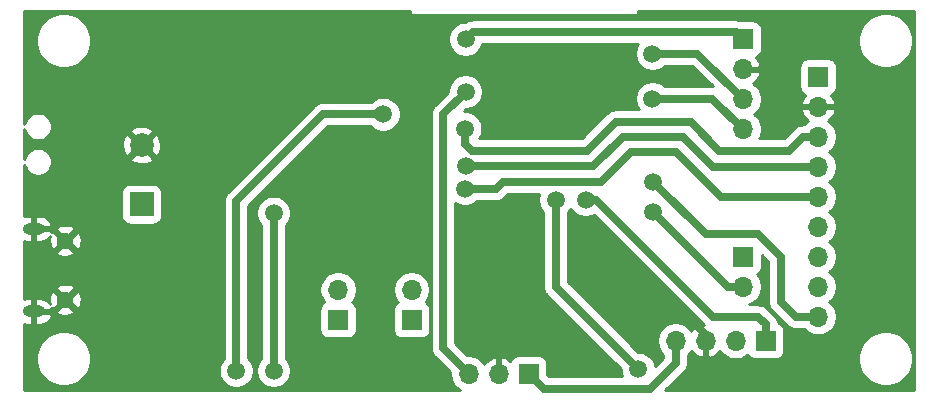
<source format=gbl>
G04 #@! TF.GenerationSoftware,KiCad,Pcbnew,(5.1.9)-1*
G04 #@! TF.CreationDate,2021-04-11T12:01:03+02:00*
G04 #@! TF.ProjectId,mainboard,6d61696e-626f-4617-9264-2e6b69636164,rev?*
G04 #@! TF.SameCoordinates,Original*
G04 #@! TF.FileFunction,Copper,L2,Bot*
G04 #@! TF.FilePolarity,Positive*
%FSLAX46Y46*%
G04 Gerber Fmt 4.6, Leading zero omitted, Abs format (unit mm)*
G04 Created by KiCad (PCBNEW (5.1.9)-1) date 2021-04-11 12:01:03*
%MOMM*%
%LPD*%
G01*
G04 APERTURE LIST*
G04 #@! TA.AperFunction,ComponentPad*
%ADD10O,1.700000X1.700000*%
G04 #@! TD*
G04 #@! TA.AperFunction,ComponentPad*
%ADD11R,1.700000X1.700000*%
G04 #@! TD*
G04 #@! TA.AperFunction,ComponentPad*
%ADD12C,2.000000*%
G04 #@! TD*
G04 #@! TA.AperFunction,ComponentPad*
%ADD13R,2.000000X2.000000*%
G04 #@! TD*
G04 #@! TA.AperFunction,ComponentPad*
%ADD14C,1.450000*%
G04 #@! TD*
G04 #@! TA.AperFunction,ComponentPad*
%ADD15O,1.900000X0.950000*%
G04 #@! TD*
G04 #@! TA.AperFunction,ViaPad*
%ADD16C,1.500000*%
G04 #@! TD*
G04 #@! TA.AperFunction,Conductor*
%ADD17C,0.635000*%
G04 #@! TD*
G04 #@! TA.AperFunction,Conductor*
%ADD18C,0.254000*%
G04 #@! TD*
G04 #@! TA.AperFunction,Conductor*
%ADD19C,0.100000*%
G04 #@! TD*
G04 APERTURE END LIST*
D10*
X132715000Y-93345000D03*
X132715000Y-90805000D03*
X132715000Y-88265000D03*
D11*
X132715000Y-85725000D03*
D12*
X81788000Y-94695000D03*
D13*
X81788000Y-99695000D03*
D14*
X75344000Y-107783000D03*
X75344000Y-102783000D03*
D15*
X72644000Y-108783000D03*
X72644000Y-101783000D03*
D10*
X109474000Y-114046000D03*
X112014000Y-114046000D03*
D11*
X114554000Y-114046000D03*
D10*
X127000000Y-111252000D03*
X129540000Y-111252000D03*
X132080000Y-111252000D03*
D11*
X134620000Y-111252000D03*
D10*
X132715000Y-106680000D03*
D11*
X132715000Y-104140000D03*
D10*
X98425000Y-106934000D03*
D11*
X98425000Y-109474000D03*
D10*
X139065000Y-109220000D03*
X139065000Y-106680000D03*
X139065000Y-104140000D03*
X139065000Y-101600000D03*
X139065000Y-99060000D03*
X139065000Y-96520000D03*
X139065000Y-93980000D03*
X139065000Y-91440000D03*
D11*
X139065000Y-88900000D03*
D10*
X104648000Y-106934000D03*
D11*
X104648000Y-109474000D03*
D16*
X109220000Y-85725000D03*
X116840000Y-99314000D03*
X123825000Y-113665000D03*
X119380000Y-99314000D03*
X92964000Y-100457000D03*
X92964000Y-113792000D03*
X89789000Y-113792000D03*
X102235000Y-92075000D03*
X135890000Y-90805000D03*
X91440000Y-84455000D03*
X101600000Y-86360000D03*
X91440000Y-89535000D03*
X84328000Y-102870000D03*
X123825000Y-106680000D03*
X139700000Y-114300000D03*
X105410000Y-104140000D03*
X84455000Y-107950000D03*
X84455000Y-84455000D03*
X113030000Y-87757000D03*
X109167000Y-98372000D03*
X109167000Y-93292000D03*
X109220000Y-96494600D03*
X125095000Y-100330000D03*
X109220000Y-90170000D03*
X125042000Y-90752000D03*
X125042000Y-86942000D03*
X125095000Y-97790000D03*
D17*
X114554000Y-114046000D02*
X115824000Y-115316000D01*
X127000000Y-113117902D02*
X127000000Y-111252000D01*
X124801902Y-115316000D02*
X127000000Y-113117902D01*
X115824000Y-115316000D02*
X124801902Y-115316000D01*
X132662000Y-85672000D02*
X132715000Y-85725000D01*
X109220000Y-85725000D02*
X109855000Y-85090000D01*
X132080000Y-85090000D02*
X132715000Y-85725000D01*
X109855000Y-85090000D02*
X132080000Y-85090000D01*
X123825000Y-113665000D02*
X118110000Y-107950000D01*
X116840000Y-106680000D02*
X118110000Y-107950000D01*
X116840000Y-99314000D02*
X116840000Y-99314000D01*
X116840000Y-99314000D02*
X116840000Y-106680000D01*
X134620000Y-109855000D02*
X134620000Y-111252000D01*
X133985000Y-109220000D02*
X134620000Y-109855000D01*
X130175000Y-109220000D02*
X133985000Y-109220000D01*
X120269000Y-99314000D02*
X130175000Y-109220000D01*
X119380000Y-99314000D02*
X119380000Y-99314000D01*
X119380000Y-99314000D02*
X120269000Y-99314000D01*
X92964000Y-113792000D02*
X92964000Y-100457000D01*
X102235000Y-92075000D02*
X97155000Y-92075000D01*
X89789000Y-99441000D02*
X97155000Y-92075000D01*
X89789000Y-113792000D02*
X89789000Y-99441000D01*
X129540000Y-111252000D02*
X129540000Y-110744000D01*
X129540000Y-110744000D02*
X128524000Y-109728000D01*
X123190000Y-95250000D02*
X120650000Y-97790000D01*
X127000000Y-95250000D02*
X123190000Y-95250000D01*
X130810000Y-99060000D02*
X127000000Y-95250000D01*
X139065000Y-99060000D02*
X130810000Y-99060000D01*
X109167000Y-98372000D02*
X109167000Y-98372000D01*
X112395000Y-97790000D02*
X120650000Y-97790000D01*
X111813000Y-98372000D02*
X112395000Y-97790000D01*
X109167000Y-98372000D02*
X111813000Y-98372000D01*
X139065000Y-94517499D02*
X139065000Y-93980000D01*
X136622501Y-95152499D02*
X137795000Y-93980000D01*
X137795000Y-93980000D02*
X139065000Y-93980000D01*
X136622501Y-95152499D02*
X130712499Y-95152499D01*
X130712499Y-95152499D02*
X128270000Y-92710000D01*
X121920000Y-92710000D02*
X119477501Y-95152499D01*
X128270000Y-92710000D02*
X121920000Y-92710000D01*
X109167000Y-93292000D02*
X109167000Y-94562000D01*
X109757499Y-95152499D02*
X119477501Y-95152499D01*
X109167000Y-94562000D02*
X109757499Y-95152499D01*
X130175000Y-96520000D02*
X139065000Y-96520000D01*
X127635000Y-93980000D02*
X130175000Y-96520000D01*
X122555000Y-93980000D02*
X127635000Y-93980000D01*
X120040400Y-96494600D02*
X122555000Y-93980000D01*
X109220000Y-96494600D02*
X109220000Y-96494600D01*
X109220000Y-96494600D02*
X113182400Y-96494600D01*
X113182400Y-96494600D02*
X120040400Y-96494600D01*
X125095000Y-100330000D02*
X131445000Y-106680000D01*
X131445000Y-106680000D02*
X132715000Y-106680000D01*
X107315000Y-92075000D02*
X107315000Y-111887000D01*
X107315000Y-111887000D02*
X107886500Y-112458500D01*
X107886500Y-112458500D02*
X109474000Y-114046000D01*
X107442000Y-112014000D02*
X107886500Y-112458500D01*
X107315000Y-92075000D02*
X109220000Y-90170000D01*
X130122000Y-90752000D02*
X125042000Y-90752000D01*
X132715000Y-93345000D02*
X130122000Y-90752000D01*
X125042000Y-86942000D02*
X125042000Y-86942000D01*
X128852000Y-86942000D02*
X125042000Y-86942000D01*
X132715000Y-90805000D02*
X128852000Y-86942000D01*
X135890000Y-107950000D02*
X137160000Y-109220000D01*
X137160000Y-109220000D02*
X139065000Y-109220000D01*
X135890000Y-104140000D02*
X135890000Y-107950000D01*
X133985000Y-102235000D02*
X135890000Y-104140000D01*
X129540000Y-102235000D02*
X133985000Y-102235000D01*
X125095000Y-97790000D02*
X129540000Y-102235000D01*
D18*
X104521000Y-83566000D02*
X104523440Y-83590776D01*
X104530667Y-83614601D01*
X104542403Y-83636557D01*
X104558197Y-83655803D01*
X104577443Y-83671597D01*
X104599399Y-83683333D01*
X104623224Y-83690560D01*
X104648000Y-83693000D01*
X123698000Y-83693000D01*
X123722776Y-83690560D01*
X123746601Y-83683333D01*
X123768557Y-83671597D01*
X123787803Y-83655803D01*
X123803597Y-83636557D01*
X123815333Y-83614601D01*
X123822560Y-83590776D01*
X123825000Y-83566000D01*
X123825000Y-83302000D01*
X147203000Y-83302000D01*
X147203001Y-115453000D01*
X126142047Y-115453000D01*
X127702296Y-113892751D01*
X127742146Y-113860048D01*
X127782832Y-113810472D01*
X127872671Y-113701003D01*
X127969661Y-113519549D01*
X127969667Y-113519528D01*
X128029386Y-113322660D01*
X128044500Y-113169206D01*
X128044500Y-113169196D01*
X128049552Y-113117903D01*
X128044500Y-113066609D01*
X128044500Y-112437715D01*
X128224936Y-112257279D01*
X128327344Y-112104014D01*
X128344822Y-112133355D01*
X128539731Y-112349588D01*
X128773080Y-112523641D01*
X129035901Y-112648825D01*
X129183110Y-112693476D01*
X129413000Y-112572155D01*
X129413000Y-111379000D01*
X129393000Y-111379000D01*
X129393000Y-111125000D01*
X129413000Y-111125000D01*
X129413000Y-111105000D01*
X129667000Y-111105000D01*
X129667000Y-111125000D01*
X129687000Y-111125000D01*
X129687000Y-111379000D01*
X129667000Y-111379000D01*
X129667000Y-112572155D01*
X129896890Y-112693476D01*
X130044099Y-112648825D01*
X130306920Y-112523641D01*
X130540269Y-112349588D01*
X130735178Y-112133355D01*
X130752656Y-112104014D01*
X130855064Y-112257279D01*
X131074721Y-112476936D01*
X131333011Y-112649519D01*
X131620006Y-112768396D01*
X131924679Y-112829000D01*
X132235321Y-112829000D01*
X132539994Y-112768396D01*
X132826989Y-112649519D01*
X133085279Y-112476936D01*
X133124896Y-112437319D01*
X133162597Y-112507853D01*
X133253446Y-112618554D01*
X133364147Y-112709403D01*
X133490443Y-112776910D01*
X133627483Y-112818480D01*
X133770000Y-112832517D01*
X135470000Y-112832517D01*
X135612517Y-112818480D01*
X135749557Y-112776910D01*
X135875853Y-112709403D01*
X135986554Y-112618554D01*
X136045431Y-112546811D01*
X142453000Y-112546811D01*
X142453000Y-113005189D01*
X142542426Y-113454761D01*
X142717840Y-113878248D01*
X142972501Y-114259376D01*
X143296624Y-114583499D01*
X143677752Y-114838160D01*
X144101239Y-115013574D01*
X144550811Y-115103000D01*
X145009189Y-115103000D01*
X145458761Y-115013574D01*
X145882248Y-114838160D01*
X146263376Y-114583499D01*
X146587499Y-114259376D01*
X146842160Y-113878248D01*
X147017574Y-113454761D01*
X147107000Y-113005189D01*
X147107000Y-112546811D01*
X147017574Y-112097239D01*
X146842160Y-111673752D01*
X146587499Y-111292624D01*
X146263376Y-110968501D01*
X145882248Y-110713840D01*
X145458761Y-110538426D01*
X145009189Y-110449000D01*
X144550811Y-110449000D01*
X144101239Y-110538426D01*
X143677752Y-110713840D01*
X143296624Y-110968501D01*
X142972501Y-111292624D01*
X142717840Y-111673752D01*
X142542426Y-112097239D01*
X142453000Y-112546811D01*
X136045431Y-112546811D01*
X136077403Y-112507853D01*
X136144910Y-112381557D01*
X136186480Y-112244517D01*
X136200517Y-112102000D01*
X136200517Y-110402000D01*
X136186480Y-110259483D01*
X136144910Y-110122443D01*
X136077403Y-109996147D01*
X135986554Y-109885446D01*
X135875853Y-109794597D01*
X135749557Y-109727090D01*
X135654103Y-109698135D01*
X135649386Y-109650242D01*
X135589661Y-109453353D01*
X135492671Y-109271900D01*
X135362146Y-109112854D01*
X135322291Y-109080146D01*
X134759854Y-108517709D01*
X134727146Y-108477854D01*
X134568100Y-108347329D01*
X134386647Y-108250339D01*
X134189758Y-108190614D01*
X134036304Y-108175500D01*
X134036293Y-108175500D01*
X133985000Y-108170448D01*
X133933707Y-108175500D01*
X133225442Y-108175500D01*
X133461989Y-108077519D01*
X133720279Y-107904936D01*
X133939936Y-107685279D01*
X134112519Y-107426989D01*
X134231396Y-107139994D01*
X134292000Y-106835321D01*
X134292000Y-106524679D01*
X134231396Y-106220006D01*
X134112519Y-105933011D01*
X133939936Y-105674721D01*
X133900319Y-105635104D01*
X133970853Y-105597403D01*
X134081554Y-105506554D01*
X134172403Y-105395853D01*
X134239910Y-105269557D01*
X134281480Y-105132517D01*
X134295517Y-104990000D01*
X134295517Y-104022663D01*
X134845500Y-104572646D01*
X134845501Y-107898697D01*
X134840448Y-107950000D01*
X134845501Y-108001303D01*
X134845501Y-108001304D01*
X134860615Y-108154758D01*
X134866907Y-108175500D01*
X134920339Y-108351646D01*
X135017329Y-108533100D01*
X135091929Y-108624000D01*
X135147855Y-108692146D01*
X135187704Y-108724849D01*
X136385149Y-109922295D01*
X136417854Y-109962146D01*
X136457703Y-109994849D01*
X136457704Y-109994850D01*
X136576899Y-110092671D01*
X136758353Y-110189661D01*
X136955242Y-110249386D01*
X137108696Y-110264500D01*
X137108706Y-110264500D01*
X137159999Y-110269552D01*
X137211293Y-110264500D01*
X137879285Y-110264500D01*
X138059721Y-110444936D01*
X138318011Y-110617519D01*
X138605006Y-110736396D01*
X138909679Y-110797000D01*
X139220321Y-110797000D01*
X139524994Y-110736396D01*
X139811989Y-110617519D01*
X140070279Y-110444936D01*
X140289936Y-110225279D01*
X140462519Y-109966989D01*
X140581396Y-109679994D01*
X140642000Y-109375321D01*
X140642000Y-109064679D01*
X140581396Y-108760006D01*
X140462519Y-108473011D01*
X140289936Y-108214721D01*
X140070279Y-107995064D01*
X140002836Y-107950000D01*
X140070279Y-107904936D01*
X140289936Y-107685279D01*
X140462519Y-107426989D01*
X140581396Y-107139994D01*
X140642000Y-106835321D01*
X140642000Y-106524679D01*
X140581396Y-106220006D01*
X140462519Y-105933011D01*
X140289936Y-105674721D01*
X140070279Y-105455064D01*
X140002836Y-105410000D01*
X140070279Y-105364936D01*
X140289936Y-105145279D01*
X140462519Y-104886989D01*
X140581396Y-104599994D01*
X140642000Y-104295321D01*
X140642000Y-103984679D01*
X140581396Y-103680006D01*
X140462519Y-103393011D01*
X140289936Y-103134721D01*
X140070279Y-102915064D01*
X140002836Y-102870000D01*
X140070279Y-102824936D01*
X140289936Y-102605279D01*
X140462519Y-102346989D01*
X140581396Y-102059994D01*
X140642000Y-101755321D01*
X140642000Y-101444679D01*
X140581396Y-101140006D01*
X140462519Y-100853011D01*
X140289936Y-100594721D01*
X140070279Y-100375064D01*
X140002836Y-100330000D01*
X140070279Y-100284936D01*
X140289936Y-100065279D01*
X140462519Y-99806989D01*
X140581396Y-99519994D01*
X140642000Y-99215321D01*
X140642000Y-98904679D01*
X140581396Y-98600006D01*
X140462519Y-98313011D01*
X140289936Y-98054721D01*
X140070279Y-97835064D01*
X140002836Y-97790000D01*
X140070279Y-97744936D01*
X140289936Y-97525279D01*
X140462519Y-97266989D01*
X140581396Y-96979994D01*
X140642000Y-96675321D01*
X140642000Y-96364679D01*
X140581396Y-96060006D01*
X140462519Y-95773011D01*
X140289936Y-95514721D01*
X140070279Y-95295064D01*
X140002836Y-95250000D01*
X140070279Y-95204936D01*
X140289936Y-94985279D01*
X140462519Y-94726989D01*
X140581396Y-94439994D01*
X140642000Y-94135321D01*
X140642000Y-93824679D01*
X140581396Y-93520006D01*
X140462519Y-93233011D01*
X140289936Y-92974721D01*
X140070279Y-92755064D01*
X139917014Y-92652656D01*
X139946355Y-92635178D01*
X140162588Y-92440269D01*
X140336641Y-92206920D01*
X140461825Y-91944099D01*
X140506476Y-91796890D01*
X140385155Y-91567000D01*
X139192000Y-91567000D01*
X139192000Y-91587000D01*
X138938000Y-91587000D01*
X138938000Y-91567000D01*
X137744845Y-91567000D01*
X137623524Y-91796890D01*
X137668175Y-91944099D01*
X137793359Y-92206920D01*
X137967412Y-92440269D01*
X138183645Y-92635178D01*
X138212986Y-92652656D01*
X138059721Y-92755064D01*
X137879285Y-92935500D01*
X137846293Y-92935500D01*
X137795000Y-92930448D01*
X137743706Y-92935500D01*
X137743696Y-92935500D01*
X137590242Y-92950614D01*
X137393353Y-93010339D01*
X137211899Y-93107329D01*
X137092704Y-93205150D01*
X137052854Y-93237854D01*
X137020150Y-93277704D01*
X136189856Y-94107999D01*
X134101822Y-94107999D01*
X134112519Y-94091989D01*
X134231396Y-93804994D01*
X134292000Y-93500321D01*
X134292000Y-93189679D01*
X134231396Y-92885006D01*
X134112519Y-92598011D01*
X133939936Y-92339721D01*
X133720279Y-92120064D01*
X133652836Y-92075000D01*
X133720279Y-92029936D01*
X133939936Y-91810279D01*
X134112519Y-91551989D01*
X134231396Y-91264994D01*
X134292000Y-90960321D01*
X134292000Y-90649679D01*
X134231396Y-90345006D01*
X134112519Y-90058011D01*
X133939936Y-89799721D01*
X133720279Y-89580064D01*
X133567014Y-89477656D01*
X133596355Y-89460178D01*
X133812588Y-89265269D01*
X133986641Y-89031920D01*
X134111825Y-88769099D01*
X134156476Y-88621890D01*
X134035155Y-88392000D01*
X132842000Y-88392000D01*
X132842000Y-88412000D01*
X132588000Y-88412000D01*
X132588000Y-88392000D01*
X132568000Y-88392000D01*
X132568000Y-88138000D01*
X132588000Y-88138000D01*
X132588000Y-88118000D01*
X132842000Y-88118000D01*
X132842000Y-88138000D01*
X134035155Y-88138000D01*
X134081595Y-88050000D01*
X137484483Y-88050000D01*
X137484483Y-89750000D01*
X137498520Y-89892517D01*
X137540090Y-90029557D01*
X137607597Y-90155853D01*
X137698446Y-90266554D01*
X137809147Y-90357403D01*
X137935443Y-90424910D01*
X137971665Y-90435898D01*
X137967412Y-90439731D01*
X137793359Y-90673080D01*
X137668175Y-90935901D01*
X137623524Y-91083110D01*
X137744845Y-91313000D01*
X138938000Y-91313000D01*
X138938000Y-91293000D01*
X139192000Y-91293000D01*
X139192000Y-91313000D01*
X140385155Y-91313000D01*
X140506476Y-91083110D01*
X140461825Y-90935901D01*
X140336641Y-90673080D01*
X140162588Y-90439731D01*
X140158335Y-90435898D01*
X140194557Y-90424910D01*
X140320853Y-90357403D01*
X140431554Y-90266554D01*
X140522403Y-90155853D01*
X140589910Y-90029557D01*
X140631480Y-89892517D01*
X140645517Y-89750000D01*
X140645517Y-88050000D01*
X140631480Y-87907483D01*
X140589910Y-87770443D01*
X140522403Y-87644147D01*
X140431554Y-87533446D01*
X140320853Y-87442597D01*
X140194557Y-87375090D01*
X140057517Y-87333520D01*
X139915000Y-87319483D01*
X138215000Y-87319483D01*
X138072483Y-87333520D01*
X137935443Y-87375090D01*
X137809147Y-87442597D01*
X137698446Y-87533446D01*
X137607597Y-87644147D01*
X137540090Y-87770443D01*
X137498520Y-87907483D01*
X137484483Y-88050000D01*
X134081595Y-88050000D01*
X134156476Y-87908110D01*
X134111825Y-87760901D01*
X133986641Y-87498080D01*
X133812588Y-87264731D01*
X133808335Y-87260898D01*
X133844557Y-87249910D01*
X133970853Y-87182403D01*
X134081554Y-87091554D01*
X134172403Y-86980853D01*
X134239910Y-86854557D01*
X134281480Y-86717517D01*
X134295517Y-86575000D01*
X134295517Y-85622811D01*
X142453000Y-85622811D01*
X142453000Y-86081189D01*
X142542426Y-86530761D01*
X142717840Y-86954248D01*
X142972501Y-87335376D01*
X143296624Y-87659499D01*
X143677752Y-87914160D01*
X144101239Y-88089574D01*
X144550811Y-88179000D01*
X145009189Y-88179000D01*
X145458761Y-88089574D01*
X145882248Y-87914160D01*
X146263376Y-87659499D01*
X146587499Y-87335376D01*
X146842160Y-86954248D01*
X147017574Y-86530761D01*
X147107000Y-86081189D01*
X147107000Y-85622811D01*
X147017574Y-85173239D01*
X146842160Y-84749752D01*
X146587499Y-84368624D01*
X146263376Y-84044501D01*
X145882248Y-83789840D01*
X145458761Y-83614426D01*
X145009189Y-83525000D01*
X144550811Y-83525000D01*
X144101239Y-83614426D01*
X143677752Y-83789840D01*
X143296624Y-84044501D01*
X142972501Y-84368624D01*
X142717840Y-84749752D01*
X142542426Y-85173239D01*
X142453000Y-85622811D01*
X134295517Y-85622811D01*
X134295517Y-84875000D01*
X134281480Y-84732483D01*
X134239910Y-84595443D01*
X134172403Y-84469147D01*
X134081554Y-84358446D01*
X133970853Y-84267597D01*
X133844557Y-84200090D01*
X133707517Y-84158520D01*
X133565000Y-84144483D01*
X132526817Y-84144483D01*
X132481647Y-84120339D01*
X132284758Y-84060614D01*
X132131304Y-84045500D01*
X132131293Y-84045500D01*
X132080000Y-84040448D01*
X132028707Y-84045500D01*
X109906301Y-84045500D01*
X109855000Y-84040447D01*
X109803699Y-84045500D01*
X109803696Y-84045500D01*
X109650242Y-84060614D01*
X109453353Y-84120339D01*
X109271900Y-84217329D01*
X109234527Y-84248000D01*
X109074528Y-84248000D01*
X108789175Y-84304760D01*
X108520378Y-84416099D01*
X108278467Y-84577739D01*
X108072739Y-84783467D01*
X107911099Y-85025378D01*
X107799760Y-85294175D01*
X107743000Y-85579528D01*
X107743000Y-85870472D01*
X107799760Y-86155825D01*
X107911099Y-86424622D01*
X108072739Y-86666533D01*
X108278467Y-86872261D01*
X108520378Y-87033901D01*
X108789175Y-87145240D01*
X109074528Y-87202000D01*
X109365472Y-87202000D01*
X109650825Y-87145240D01*
X109919622Y-87033901D01*
X110161533Y-86872261D01*
X110367261Y-86666533D01*
X110528901Y-86424622D01*
X110640240Y-86155825D01*
X110644482Y-86134500D01*
X123805181Y-86134500D01*
X123733099Y-86242378D01*
X123621760Y-86511175D01*
X123565000Y-86796528D01*
X123565000Y-87087472D01*
X123621760Y-87372825D01*
X123733099Y-87641622D01*
X123894739Y-87883533D01*
X124100467Y-88089261D01*
X124342378Y-88250901D01*
X124611175Y-88362240D01*
X124896528Y-88419000D01*
X125187472Y-88419000D01*
X125472825Y-88362240D01*
X125741622Y-88250901D01*
X125983533Y-88089261D01*
X126086294Y-87986500D01*
X128419355Y-87986500D01*
X130136756Y-89703901D01*
X130122000Y-89702448D01*
X130070707Y-89707500D01*
X126086294Y-89707500D01*
X125983533Y-89604739D01*
X125741622Y-89443099D01*
X125472825Y-89331760D01*
X125187472Y-89275000D01*
X124896528Y-89275000D01*
X124611175Y-89331760D01*
X124342378Y-89443099D01*
X124100467Y-89604739D01*
X123894739Y-89810467D01*
X123733099Y-90052378D01*
X123621760Y-90321175D01*
X123565000Y-90606528D01*
X123565000Y-90897472D01*
X123621760Y-91182825D01*
X123733099Y-91451622D01*
X123876008Y-91665500D01*
X121971293Y-91665500D01*
X121919999Y-91660448D01*
X121868706Y-91665500D01*
X121868696Y-91665500D01*
X121715242Y-91680614D01*
X121518353Y-91740339D01*
X121336899Y-91837329D01*
X121217704Y-91935150D01*
X121177854Y-91967854D01*
X121145151Y-92007703D01*
X119044856Y-94107999D01*
X110398140Y-94107999D01*
X110475901Y-93991622D01*
X110587240Y-93722825D01*
X110644000Y-93437472D01*
X110644000Y-93146528D01*
X110587240Y-92861175D01*
X110475901Y-92592378D01*
X110314261Y-92350467D01*
X110108533Y-92144739D01*
X109866622Y-91983099D01*
X109597825Y-91871760D01*
X109312472Y-91815000D01*
X109052146Y-91815000D01*
X109220146Y-91647000D01*
X109365472Y-91647000D01*
X109650825Y-91590240D01*
X109919622Y-91478901D01*
X110161533Y-91317261D01*
X110367261Y-91111533D01*
X110528901Y-90869622D01*
X110640240Y-90600825D01*
X110697000Y-90315472D01*
X110697000Y-90024528D01*
X110640240Y-89739175D01*
X110528901Y-89470378D01*
X110367261Y-89228467D01*
X110161533Y-89022739D01*
X109919622Y-88861099D01*
X109650825Y-88749760D01*
X109365472Y-88693000D01*
X109074528Y-88693000D01*
X108789175Y-88749760D01*
X108520378Y-88861099D01*
X108278467Y-89022739D01*
X108072739Y-89228467D01*
X107911099Y-89470378D01*
X107799760Y-89739175D01*
X107743000Y-90024528D01*
X107743000Y-90169854D01*
X106612709Y-91300146D01*
X106572854Y-91332854D01*
X106442329Y-91491900D01*
X106345339Y-91673354D01*
X106285614Y-91870243D01*
X106270500Y-92023697D01*
X106270500Y-92023707D01*
X106265448Y-92075000D01*
X106270500Y-92126293D01*
X106270501Y-111835697D01*
X106265448Y-111887000D01*
X106270501Y-111938303D01*
X106270501Y-111938304D01*
X106283310Y-112068350D01*
X106285615Y-112091757D01*
X106345339Y-112288646D01*
X106442329Y-112470100D01*
X106526084Y-112572155D01*
X106572855Y-112629146D01*
X106612704Y-112661849D01*
X107897000Y-113946145D01*
X107897000Y-114201321D01*
X107957604Y-114505994D01*
X108076481Y-114792989D01*
X108249064Y-115051279D01*
X108468721Y-115270936D01*
X108727011Y-115443519D01*
X108749900Y-115453000D01*
X71872000Y-115453000D01*
X71872000Y-112546811D01*
X72857000Y-112546811D01*
X72857000Y-113005189D01*
X72946426Y-113454761D01*
X73121840Y-113878248D01*
X73376501Y-114259376D01*
X73700624Y-114583499D01*
X74081752Y-114838160D01*
X74505239Y-115013574D01*
X74954811Y-115103000D01*
X75413189Y-115103000D01*
X75862761Y-115013574D01*
X76286248Y-114838160D01*
X76667376Y-114583499D01*
X76991499Y-114259376D01*
X77246160Y-113878248D01*
X77342141Y-113646528D01*
X88312000Y-113646528D01*
X88312000Y-113937472D01*
X88368760Y-114222825D01*
X88480099Y-114491622D01*
X88641739Y-114733533D01*
X88847467Y-114939261D01*
X89089378Y-115100901D01*
X89358175Y-115212240D01*
X89643528Y-115269000D01*
X89934472Y-115269000D01*
X90219825Y-115212240D01*
X90488622Y-115100901D01*
X90730533Y-114939261D01*
X90936261Y-114733533D01*
X91097901Y-114491622D01*
X91209240Y-114222825D01*
X91266000Y-113937472D01*
X91266000Y-113646528D01*
X91209240Y-113361175D01*
X91097901Y-113092378D01*
X90936261Y-112850467D01*
X90833500Y-112747706D01*
X90833500Y-100311528D01*
X91487000Y-100311528D01*
X91487000Y-100602472D01*
X91543760Y-100887825D01*
X91655099Y-101156622D01*
X91816739Y-101398533D01*
X91919501Y-101501295D01*
X91919500Y-112747706D01*
X91816739Y-112850467D01*
X91655099Y-113092378D01*
X91543760Y-113361175D01*
X91487000Y-113646528D01*
X91487000Y-113937472D01*
X91543760Y-114222825D01*
X91655099Y-114491622D01*
X91816739Y-114733533D01*
X92022467Y-114939261D01*
X92264378Y-115100901D01*
X92533175Y-115212240D01*
X92818528Y-115269000D01*
X93109472Y-115269000D01*
X93394825Y-115212240D01*
X93663622Y-115100901D01*
X93905533Y-114939261D01*
X94111261Y-114733533D01*
X94272901Y-114491622D01*
X94384240Y-114222825D01*
X94441000Y-113937472D01*
X94441000Y-113646528D01*
X94384240Y-113361175D01*
X94272901Y-113092378D01*
X94111261Y-112850467D01*
X94008500Y-112747706D01*
X94008500Y-108624000D01*
X96844483Y-108624000D01*
X96844483Y-110324000D01*
X96858520Y-110466517D01*
X96900090Y-110603557D01*
X96967597Y-110729853D01*
X97058446Y-110840554D01*
X97169147Y-110931403D01*
X97295443Y-110998910D01*
X97432483Y-111040480D01*
X97575000Y-111054517D01*
X99275000Y-111054517D01*
X99417517Y-111040480D01*
X99554557Y-110998910D01*
X99680853Y-110931403D01*
X99791554Y-110840554D01*
X99882403Y-110729853D01*
X99949910Y-110603557D01*
X99991480Y-110466517D01*
X100005517Y-110324000D01*
X100005517Y-108624000D01*
X103067483Y-108624000D01*
X103067483Y-110324000D01*
X103081520Y-110466517D01*
X103123090Y-110603557D01*
X103190597Y-110729853D01*
X103281446Y-110840554D01*
X103392147Y-110931403D01*
X103518443Y-110998910D01*
X103655483Y-111040480D01*
X103798000Y-111054517D01*
X105498000Y-111054517D01*
X105640517Y-111040480D01*
X105777557Y-110998910D01*
X105903853Y-110931403D01*
X106014554Y-110840554D01*
X106105403Y-110729853D01*
X106172910Y-110603557D01*
X106214480Y-110466517D01*
X106228517Y-110324000D01*
X106228517Y-108624000D01*
X106214480Y-108481483D01*
X106172910Y-108344443D01*
X106105403Y-108218147D01*
X106014554Y-108107446D01*
X105903853Y-108016597D01*
X105833319Y-107978896D01*
X105872936Y-107939279D01*
X106045519Y-107680989D01*
X106164396Y-107393994D01*
X106225000Y-107089321D01*
X106225000Y-106778679D01*
X106164396Y-106474006D01*
X106045519Y-106187011D01*
X105872936Y-105928721D01*
X105653279Y-105709064D01*
X105394989Y-105536481D01*
X105107994Y-105417604D01*
X104803321Y-105357000D01*
X104492679Y-105357000D01*
X104188006Y-105417604D01*
X103901011Y-105536481D01*
X103642721Y-105709064D01*
X103423064Y-105928721D01*
X103250481Y-106187011D01*
X103131604Y-106474006D01*
X103071000Y-106778679D01*
X103071000Y-107089321D01*
X103131604Y-107393994D01*
X103250481Y-107680989D01*
X103423064Y-107939279D01*
X103462681Y-107978896D01*
X103392147Y-108016597D01*
X103281446Y-108107446D01*
X103190597Y-108218147D01*
X103123090Y-108344443D01*
X103081520Y-108481483D01*
X103067483Y-108624000D01*
X100005517Y-108624000D01*
X99991480Y-108481483D01*
X99949910Y-108344443D01*
X99882403Y-108218147D01*
X99791554Y-108107446D01*
X99680853Y-108016597D01*
X99610319Y-107978896D01*
X99649936Y-107939279D01*
X99822519Y-107680989D01*
X99941396Y-107393994D01*
X100002000Y-107089321D01*
X100002000Y-106778679D01*
X99941396Y-106474006D01*
X99822519Y-106187011D01*
X99649936Y-105928721D01*
X99430279Y-105709064D01*
X99171989Y-105536481D01*
X98884994Y-105417604D01*
X98580321Y-105357000D01*
X98269679Y-105357000D01*
X97965006Y-105417604D01*
X97678011Y-105536481D01*
X97419721Y-105709064D01*
X97200064Y-105928721D01*
X97027481Y-106187011D01*
X96908604Y-106474006D01*
X96848000Y-106778679D01*
X96848000Y-107089321D01*
X96908604Y-107393994D01*
X97027481Y-107680989D01*
X97200064Y-107939279D01*
X97239681Y-107978896D01*
X97169147Y-108016597D01*
X97058446Y-108107446D01*
X96967597Y-108218147D01*
X96900090Y-108344443D01*
X96858520Y-108481483D01*
X96844483Y-108624000D01*
X94008500Y-108624000D01*
X94008500Y-101501294D01*
X94111261Y-101398533D01*
X94272901Y-101156622D01*
X94384240Y-100887825D01*
X94441000Y-100602472D01*
X94441000Y-100311528D01*
X94384240Y-100026175D01*
X94272901Y-99757378D01*
X94111261Y-99515467D01*
X93905533Y-99309739D01*
X93663622Y-99148099D01*
X93394825Y-99036760D01*
X93109472Y-98980000D01*
X92818528Y-98980000D01*
X92533175Y-99036760D01*
X92264378Y-99148099D01*
X92022467Y-99309739D01*
X91816739Y-99515467D01*
X91655099Y-99757378D01*
X91543760Y-100026175D01*
X91487000Y-100311528D01*
X90833500Y-100311528D01*
X90833500Y-99873645D01*
X97587646Y-93119500D01*
X101190706Y-93119500D01*
X101293467Y-93222261D01*
X101535378Y-93383901D01*
X101804175Y-93495240D01*
X102089528Y-93552000D01*
X102380472Y-93552000D01*
X102665825Y-93495240D01*
X102934622Y-93383901D01*
X103176533Y-93222261D01*
X103382261Y-93016533D01*
X103543901Y-92774622D01*
X103655240Y-92505825D01*
X103712000Y-92220472D01*
X103712000Y-91929528D01*
X103655240Y-91644175D01*
X103543901Y-91375378D01*
X103382261Y-91133467D01*
X103176533Y-90927739D01*
X102934622Y-90766099D01*
X102665825Y-90654760D01*
X102380472Y-90598000D01*
X102089528Y-90598000D01*
X101804175Y-90654760D01*
X101535378Y-90766099D01*
X101293467Y-90927739D01*
X101190706Y-91030500D01*
X97206293Y-91030500D01*
X97154999Y-91025448D01*
X97103706Y-91030500D01*
X97103696Y-91030500D01*
X96950242Y-91045614D01*
X96753353Y-91105339D01*
X96571899Y-91202329D01*
X96495542Y-91264994D01*
X96412854Y-91332854D01*
X96380151Y-91372703D01*
X89086704Y-98666151D01*
X89046855Y-98698854D01*
X89014152Y-98738703D01*
X89014150Y-98738705D01*
X88916329Y-98857900D01*
X88819339Y-99039354D01*
X88780156Y-99168528D01*
X88759615Y-99236242D01*
X88749232Y-99341661D01*
X88739448Y-99441000D01*
X88744501Y-99492303D01*
X88744500Y-112747706D01*
X88641739Y-112850467D01*
X88480099Y-113092378D01*
X88368760Y-113361175D01*
X88312000Y-113646528D01*
X77342141Y-113646528D01*
X77421574Y-113454761D01*
X77511000Y-113005189D01*
X77511000Y-112546811D01*
X77421574Y-112097239D01*
X77246160Y-111673752D01*
X76991499Y-111292624D01*
X76667376Y-110968501D01*
X76286248Y-110713840D01*
X75862761Y-110538426D01*
X75413189Y-110449000D01*
X74954811Y-110449000D01*
X74505239Y-110538426D01*
X74081752Y-110713840D01*
X73700624Y-110968501D01*
X73376501Y-111292624D01*
X73121840Y-111673752D01*
X72946426Y-112097239D01*
X72857000Y-112546811D01*
X71872000Y-112546811D01*
X71872000Y-109856393D01*
X72042000Y-109893000D01*
X72517000Y-109893000D01*
X72517000Y-108910000D01*
X72771000Y-108910000D01*
X72771000Y-109893000D01*
X73246000Y-109893000D01*
X73460110Y-109846895D01*
X73661111Y-109759905D01*
X73841279Y-109635373D01*
X73993690Y-109478085D01*
X74112487Y-109294086D01*
X74188268Y-109080938D01*
X74061734Y-108910000D01*
X72771000Y-108910000D01*
X72517000Y-108910000D01*
X72497000Y-108910000D01*
X72497000Y-108722133D01*
X74584472Y-108722133D01*
X74646965Y-108958450D01*
X74889678Y-109071850D01*
X75149849Y-109135719D01*
X75417482Y-109147604D01*
X75682291Y-109107048D01*
X75934100Y-109015609D01*
X76041035Y-108958450D01*
X76103528Y-108722133D01*
X75344000Y-107962605D01*
X74584472Y-108722133D01*
X72497000Y-108722133D01*
X72497000Y-108656000D01*
X72517000Y-108656000D01*
X72517000Y-107673000D01*
X72771000Y-107673000D01*
X72771000Y-108656000D01*
X74061734Y-108656000D01*
X74188152Y-108485219D01*
X74404867Y-108542528D01*
X75164395Y-107783000D01*
X75523605Y-107783000D01*
X76283133Y-108542528D01*
X76519450Y-108480035D01*
X76632850Y-108237322D01*
X76696719Y-107977151D01*
X76708604Y-107709518D01*
X76668048Y-107444709D01*
X76576609Y-107192900D01*
X76519450Y-107085965D01*
X76283133Y-107023472D01*
X75523605Y-107783000D01*
X75164395Y-107783000D01*
X74404867Y-107023472D01*
X74168550Y-107085965D01*
X74055150Y-107328678D01*
X73991281Y-107588849D01*
X73979396Y-107856482D01*
X74019952Y-108121291D01*
X74026010Y-108137974D01*
X73993690Y-108087915D01*
X73841279Y-107930627D01*
X73661111Y-107806095D01*
X73460110Y-107719105D01*
X73246000Y-107673000D01*
X72771000Y-107673000D01*
X72517000Y-107673000D01*
X72042000Y-107673000D01*
X71872000Y-107709607D01*
X71872000Y-106843867D01*
X74584472Y-106843867D01*
X75344000Y-107603395D01*
X76103528Y-106843867D01*
X76041035Y-106607550D01*
X75798322Y-106494150D01*
X75538151Y-106430281D01*
X75270518Y-106418396D01*
X75005709Y-106458952D01*
X74753900Y-106550391D01*
X74646965Y-106607550D01*
X74584472Y-106843867D01*
X71872000Y-106843867D01*
X71872000Y-103722133D01*
X74584472Y-103722133D01*
X74646965Y-103958450D01*
X74889678Y-104071850D01*
X75149849Y-104135719D01*
X75417482Y-104147604D01*
X75682291Y-104107048D01*
X75934100Y-104015609D01*
X76041035Y-103958450D01*
X76103528Y-103722133D01*
X75344000Y-102962605D01*
X74584472Y-103722133D01*
X71872000Y-103722133D01*
X71872000Y-102856393D01*
X72042000Y-102893000D01*
X72517000Y-102893000D01*
X72517000Y-101910000D01*
X72771000Y-101910000D01*
X72771000Y-102893000D01*
X73246000Y-102893000D01*
X73460110Y-102846895D01*
X73661111Y-102759905D01*
X73841279Y-102635373D01*
X73993690Y-102478085D01*
X74033676Y-102416153D01*
X73991281Y-102588849D01*
X73979396Y-102856482D01*
X74019952Y-103121291D01*
X74111391Y-103373100D01*
X74168550Y-103480035D01*
X74404867Y-103542528D01*
X75164395Y-102783000D01*
X75523605Y-102783000D01*
X76283133Y-103542528D01*
X76519450Y-103480035D01*
X76632850Y-103237322D01*
X76696719Y-102977151D01*
X76708604Y-102709518D01*
X76668048Y-102444709D01*
X76576609Y-102192900D01*
X76519450Y-102085965D01*
X76283133Y-102023472D01*
X75523605Y-102783000D01*
X75164395Y-102783000D01*
X74404867Y-102023472D01*
X74188152Y-102080781D01*
X74061734Y-101910000D01*
X72771000Y-101910000D01*
X72517000Y-101910000D01*
X72497000Y-101910000D01*
X72497000Y-101843867D01*
X74584472Y-101843867D01*
X75344000Y-102603395D01*
X76103528Y-101843867D01*
X76041035Y-101607550D01*
X75798322Y-101494150D01*
X75538151Y-101430281D01*
X75270518Y-101418396D01*
X75005709Y-101458952D01*
X74753900Y-101550391D01*
X74646965Y-101607550D01*
X74584472Y-101843867D01*
X72497000Y-101843867D01*
X72497000Y-101656000D01*
X72517000Y-101656000D01*
X72517000Y-100673000D01*
X72771000Y-100673000D01*
X72771000Y-101656000D01*
X74061734Y-101656000D01*
X74188268Y-101485062D01*
X74112487Y-101271914D01*
X73993690Y-101087915D01*
X73841279Y-100930627D01*
X73661111Y-100806095D01*
X73460110Y-100719105D01*
X73246000Y-100673000D01*
X72771000Y-100673000D01*
X72517000Y-100673000D01*
X72042000Y-100673000D01*
X71872000Y-100709607D01*
X71872000Y-98695000D01*
X80057483Y-98695000D01*
X80057483Y-100695000D01*
X80071520Y-100837517D01*
X80113090Y-100974557D01*
X80180597Y-101100853D01*
X80271446Y-101211554D01*
X80382147Y-101302403D01*
X80508443Y-101369910D01*
X80645483Y-101411480D01*
X80788000Y-101425517D01*
X82788000Y-101425517D01*
X82930517Y-101411480D01*
X83067557Y-101369910D01*
X83193853Y-101302403D01*
X83304554Y-101211554D01*
X83395403Y-101100853D01*
X83462910Y-100974557D01*
X83504480Y-100837517D01*
X83518517Y-100695000D01*
X83518517Y-98695000D01*
X83504480Y-98552483D01*
X83462910Y-98415443D01*
X83395403Y-98289147D01*
X83304554Y-98178446D01*
X83193853Y-98087597D01*
X83067557Y-98020090D01*
X82930517Y-97978520D01*
X82788000Y-97964483D01*
X80788000Y-97964483D01*
X80645483Y-97978520D01*
X80508443Y-98020090D01*
X80382147Y-98087597D01*
X80271446Y-98178446D01*
X80180597Y-98289147D01*
X80113090Y-98415443D01*
X80071520Y-98552483D01*
X80057483Y-98695000D01*
X71872000Y-98695000D01*
X71872000Y-96348029D01*
X71893635Y-96456796D01*
X71982328Y-96670920D01*
X72111091Y-96863626D01*
X72274974Y-97027509D01*
X72467680Y-97156272D01*
X72681804Y-97244965D01*
X72909117Y-97290180D01*
X73140883Y-97290180D01*
X73368196Y-97244965D01*
X73582320Y-97156272D01*
X73775026Y-97027509D01*
X73938909Y-96863626D01*
X74067672Y-96670920D01*
X74156365Y-96456796D01*
X74201580Y-96229483D01*
X74201580Y-95997717D01*
X74168302Y-95830413D01*
X80832192Y-95830413D01*
X80927956Y-96094814D01*
X81217571Y-96235704D01*
X81529108Y-96317384D01*
X81850595Y-96336718D01*
X82169675Y-96292961D01*
X82474088Y-96187795D01*
X82648044Y-96094814D01*
X82743808Y-95830413D01*
X81788000Y-94874605D01*
X80832192Y-95830413D01*
X74168302Y-95830413D01*
X74156365Y-95770404D01*
X74067672Y-95556280D01*
X73938909Y-95363574D01*
X73775026Y-95199691D01*
X73582320Y-95070928D01*
X73368196Y-94982235D01*
X73140883Y-94937020D01*
X72909117Y-94937020D01*
X72681804Y-94982235D01*
X72467680Y-95070928D01*
X72274974Y-95199691D01*
X72111091Y-95363574D01*
X71982328Y-95556280D01*
X71893635Y-95770404D01*
X71872000Y-95879171D01*
X71872000Y-94757595D01*
X80146282Y-94757595D01*
X80190039Y-95076675D01*
X80295205Y-95381088D01*
X80388186Y-95555044D01*
X80652587Y-95650808D01*
X81608395Y-94695000D01*
X81967605Y-94695000D01*
X82923413Y-95650808D01*
X83187814Y-95555044D01*
X83328704Y-95265429D01*
X83410384Y-94953892D01*
X83429718Y-94632405D01*
X83385961Y-94313325D01*
X83280795Y-94008912D01*
X83187814Y-93834956D01*
X82923413Y-93739192D01*
X81967605Y-94695000D01*
X81608395Y-94695000D01*
X80652587Y-93739192D01*
X80388186Y-93834956D01*
X80247296Y-94124571D01*
X80165616Y-94436108D01*
X80146282Y-94757595D01*
X71872000Y-94757595D01*
X71872000Y-93350829D01*
X71893635Y-93459596D01*
X71982328Y-93673720D01*
X72111091Y-93866426D01*
X72274974Y-94030309D01*
X72467680Y-94159072D01*
X72681804Y-94247765D01*
X72909117Y-94292980D01*
X73140883Y-94292980D01*
X73368196Y-94247765D01*
X73582320Y-94159072D01*
X73775026Y-94030309D01*
X73938909Y-93866426D01*
X74067672Y-93673720D01*
X74114947Y-93559587D01*
X80832192Y-93559587D01*
X81788000Y-94515395D01*
X82743808Y-93559587D01*
X82648044Y-93295186D01*
X82358429Y-93154296D01*
X82046892Y-93072616D01*
X81725405Y-93053282D01*
X81406325Y-93097039D01*
X81101912Y-93202205D01*
X80927956Y-93295186D01*
X80832192Y-93559587D01*
X74114947Y-93559587D01*
X74156365Y-93459596D01*
X74201580Y-93232283D01*
X74201580Y-93000517D01*
X74156365Y-92773204D01*
X74067672Y-92559080D01*
X73938909Y-92366374D01*
X73775026Y-92202491D01*
X73582320Y-92073728D01*
X73368196Y-91985035D01*
X73140883Y-91939820D01*
X72909117Y-91939820D01*
X72681804Y-91985035D01*
X72467680Y-92073728D01*
X72274974Y-92202491D01*
X72111091Y-92366374D01*
X71982328Y-92559080D01*
X71893635Y-92773204D01*
X71872000Y-92881971D01*
X71872000Y-85622811D01*
X72857000Y-85622811D01*
X72857000Y-86081189D01*
X72946426Y-86530761D01*
X73121840Y-86954248D01*
X73376501Y-87335376D01*
X73700624Y-87659499D01*
X74081752Y-87914160D01*
X74505239Y-88089574D01*
X74954811Y-88179000D01*
X75413189Y-88179000D01*
X75862761Y-88089574D01*
X76286248Y-87914160D01*
X76667376Y-87659499D01*
X76991499Y-87335376D01*
X77246160Y-86954248D01*
X77421574Y-86530761D01*
X77511000Y-86081189D01*
X77511000Y-85622811D01*
X77421574Y-85173239D01*
X77246160Y-84749752D01*
X76991499Y-84368624D01*
X76667376Y-84044501D01*
X76286248Y-83789840D01*
X75862761Y-83614426D01*
X75413189Y-83525000D01*
X74954811Y-83525000D01*
X74505239Y-83614426D01*
X74081752Y-83789840D01*
X73700624Y-84044501D01*
X73376501Y-84368624D01*
X73121840Y-84749752D01*
X72946426Y-85173239D01*
X72857000Y-85622811D01*
X71872000Y-85622811D01*
X71872000Y-83302000D01*
X104521000Y-83302000D01*
X104521000Y-83566000D01*
G04 #@! TA.AperFunction,Conductor*
D19*
G36*
X104521000Y-83566000D02*
G01*
X104523440Y-83590776D01*
X104530667Y-83614601D01*
X104542403Y-83636557D01*
X104558197Y-83655803D01*
X104577443Y-83671597D01*
X104599399Y-83683333D01*
X104623224Y-83690560D01*
X104648000Y-83693000D01*
X123698000Y-83693000D01*
X123722776Y-83690560D01*
X123746601Y-83683333D01*
X123768557Y-83671597D01*
X123787803Y-83655803D01*
X123803597Y-83636557D01*
X123815333Y-83614601D01*
X123822560Y-83590776D01*
X123825000Y-83566000D01*
X123825000Y-83302000D01*
X147203000Y-83302000D01*
X147203001Y-115453000D01*
X126142047Y-115453000D01*
X127702296Y-113892751D01*
X127742146Y-113860048D01*
X127782832Y-113810472D01*
X127872671Y-113701003D01*
X127969661Y-113519549D01*
X127969667Y-113519528D01*
X128029386Y-113322660D01*
X128044500Y-113169206D01*
X128044500Y-113169196D01*
X128049552Y-113117903D01*
X128044500Y-113066609D01*
X128044500Y-112437715D01*
X128224936Y-112257279D01*
X128327344Y-112104014D01*
X128344822Y-112133355D01*
X128539731Y-112349588D01*
X128773080Y-112523641D01*
X129035901Y-112648825D01*
X129183110Y-112693476D01*
X129413000Y-112572155D01*
X129413000Y-111379000D01*
X129393000Y-111379000D01*
X129393000Y-111125000D01*
X129413000Y-111125000D01*
X129413000Y-111105000D01*
X129667000Y-111105000D01*
X129667000Y-111125000D01*
X129687000Y-111125000D01*
X129687000Y-111379000D01*
X129667000Y-111379000D01*
X129667000Y-112572155D01*
X129896890Y-112693476D01*
X130044099Y-112648825D01*
X130306920Y-112523641D01*
X130540269Y-112349588D01*
X130735178Y-112133355D01*
X130752656Y-112104014D01*
X130855064Y-112257279D01*
X131074721Y-112476936D01*
X131333011Y-112649519D01*
X131620006Y-112768396D01*
X131924679Y-112829000D01*
X132235321Y-112829000D01*
X132539994Y-112768396D01*
X132826989Y-112649519D01*
X133085279Y-112476936D01*
X133124896Y-112437319D01*
X133162597Y-112507853D01*
X133253446Y-112618554D01*
X133364147Y-112709403D01*
X133490443Y-112776910D01*
X133627483Y-112818480D01*
X133770000Y-112832517D01*
X135470000Y-112832517D01*
X135612517Y-112818480D01*
X135749557Y-112776910D01*
X135875853Y-112709403D01*
X135986554Y-112618554D01*
X136045431Y-112546811D01*
X142453000Y-112546811D01*
X142453000Y-113005189D01*
X142542426Y-113454761D01*
X142717840Y-113878248D01*
X142972501Y-114259376D01*
X143296624Y-114583499D01*
X143677752Y-114838160D01*
X144101239Y-115013574D01*
X144550811Y-115103000D01*
X145009189Y-115103000D01*
X145458761Y-115013574D01*
X145882248Y-114838160D01*
X146263376Y-114583499D01*
X146587499Y-114259376D01*
X146842160Y-113878248D01*
X147017574Y-113454761D01*
X147107000Y-113005189D01*
X147107000Y-112546811D01*
X147017574Y-112097239D01*
X146842160Y-111673752D01*
X146587499Y-111292624D01*
X146263376Y-110968501D01*
X145882248Y-110713840D01*
X145458761Y-110538426D01*
X145009189Y-110449000D01*
X144550811Y-110449000D01*
X144101239Y-110538426D01*
X143677752Y-110713840D01*
X143296624Y-110968501D01*
X142972501Y-111292624D01*
X142717840Y-111673752D01*
X142542426Y-112097239D01*
X142453000Y-112546811D01*
X136045431Y-112546811D01*
X136077403Y-112507853D01*
X136144910Y-112381557D01*
X136186480Y-112244517D01*
X136200517Y-112102000D01*
X136200517Y-110402000D01*
X136186480Y-110259483D01*
X136144910Y-110122443D01*
X136077403Y-109996147D01*
X135986554Y-109885446D01*
X135875853Y-109794597D01*
X135749557Y-109727090D01*
X135654103Y-109698135D01*
X135649386Y-109650242D01*
X135589661Y-109453353D01*
X135492671Y-109271900D01*
X135362146Y-109112854D01*
X135322291Y-109080146D01*
X134759854Y-108517709D01*
X134727146Y-108477854D01*
X134568100Y-108347329D01*
X134386647Y-108250339D01*
X134189758Y-108190614D01*
X134036304Y-108175500D01*
X134036293Y-108175500D01*
X133985000Y-108170448D01*
X133933707Y-108175500D01*
X133225442Y-108175500D01*
X133461989Y-108077519D01*
X133720279Y-107904936D01*
X133939936Y-107685279D01*
X134112519Y-107426989D01*
X134231396Y-107139994D01*
X134292000Y-106835321D01*
X134292000Y-106524679D01*
X134231396Y-106220006D01*
X134112519Y-105933011D01*
X133939936Y-105674721D01*
X133900319Y-105635104D01*
X133970853Y-105597403D01*
X134081554Y-105506554D01*
X134172403Y-105395853D01*
X134239910Y-105269557D01*
X134281480Y-105132517D01*
X134295517Y-104990000D01*
X134295517Y-104022663D01*
X134845500Y-104572646D01*
X134845501Y-107898697D01*
X134840448Y-107950000D01*
X134845501Y-108001303D01*
X134845501Y-108001304D01*
X134860615Y-108154758D01*
X134866907Y-108175500D01*
X134920339Y-108351646D01*
X135017329Y-108533100D01*
X135091929Y-108624000D01*
X135147855Y-108692146D01*
X135187704Y-108724849D01*
X136385149Y-109922295D01*
X136417854Y-109962146D01*
X136457703Y-109994849D01*
X136457704Y-109994850D01*
X136576899Y-110092671D01*
X136758353Y-110189661D01*
X136955242Y-110249386D01*
X137108696Y-110264500D01*
X137108706Y-110264500D01*
X137159999Y-110269552D01*
X137211293Y-110264500D01*
X137879285Y-110264500D01*
X138059721Y-110444936D01*
X138318011Y-110617519D01*
X138605006Y-110736396D01*
X138909679Y-110797000D01*
X139220321Y-110797000D01*
X139524994Y-110736396D01*
X139811989Y-110617519D01*
X140070279Y-110444936D01*
X140289936Y-110225279D01*
X140462519Y-109966989D01*
X140581396Y-109679994D01*
X140642000Y-109375321D01*
X140642000Y-109064679D01*
X140581396Y-108760006D01*
X140462519Y-108473011D01*
X140289936Y-108214721D01*
X140070279Y-107995064D01*
X140002836Y-107950000D01*
X140070279Y-107904936D01*
X140289936Y-107685279D01*
X140462519Y-107426989D01*
X140581396Y-107139994D01*
X140642000Y-106835321D01*
X140642000Y-106524679D01*
X140581396Y-106220006D01*
X140462519Y-105933011D01*
X140289936Y-105674721D01*
X140070279Y-105455064D01*
X140002836Y-105410000D01*
X140070279Y-105364936D01*
X140289936Y-105145279D01*
X140462519Y-104886989D01*
X140581396Y-104599994D01*
X140642000Y-104295321D01*
X140642000Y-103984679D01*
X140581396Y-103680006D01*
X140462519Y-103393011D01*
X140289936Y-103134721D01*
X140070279Y-102915064D01*
X140002836Y-102870000D01*
X140070279Y-102824936D01*
X140289936Y-102605279D01*
X140462519Y-102346989D01*
X140581396Y-102059994D01*
X140642000Y-101755321D01*
X140642000Y-101444679D01*
X140581396Y-101140006D01*
X140462519Y-100853011D01*
X140289936Y-100594721D01*
X140070279Y-100375064D01*
X140002836Y-100330000D01*
X140070279Y-100284936D01*
X140289936Y-100065279D01*
X140462519Y-99806989D01*
X140581396Y-99519994D01*
X140642000Y-99215321D01*
X140642000Y-98904679D01*
X140581396Y-98600006D01*
X140462519Y-98313011D01*
X140289936Y-98054721D01*
X140070279Y-97835064D01*
X140002836Y-97790000D01*
X140070279Y-97744936D01*
X140289936Y-97525279D01*
X140462519Y-97266989D01*
X140581396Y-96979994D01*
X140642000Y-96675321D01*
X140642000Y-96364679D01*
X140581396Y-96060006D01*
X140462519Y-95773011D01*
X140289936Y-95514721D01*
X140070279Y-95295064D01*
X140002836Y-95250000D01*
X140070279Y-95204936D01*
X140289936Y-94985279D01*
X140462519Y-94726989D01*
X140581396Y-94439994D01*
X140642000Y-94135321D01*
X140642000Y-93824679D01*
X140581396Y-93520006D01*
X140462519Y-93233011D01*
X140289936Y-92974721D01*
X140070279Y-92755064D01*
X139917014Y-92652656D01*
X139946355Y-92635178D01*
X140162588Y-92440269D01*
X140336641Y-92206920D01*
X140461825Y-91944099D01*
X140506476Y-91796890D01*
X140385155Y-91567000D01*
X139192000Y-91567000D01*
X139192000Y-91587000D01*
X138938000Y-91587000D01*
X138938000Y-91567000D01*
X137744845Y-91567000D01*
X137623524Y-91796890D01*
X137668175Y-91944099D01*
X137793359Y-92206920D01*
X137967412Y-92440269D01*
X138183645Y-92635178D01*
X138212986Y-92652656D01*
X138059721Y-92755064D01*
X137879285Y-92935500D01*
X137846293Y-92935500D01*
X137795000Y-92930448D01*
X137743706Y-92935500D01*
X137743696Y-92935500D01*
X137590242Y-92950614D01*
X137393353Y-93010339D01*
X137211899Y-93107329D01*
X137092704Y-93205150D01*
X137052854Y-93237854D01*
X137020150Y-93277704D01*
X136189856Y-94107999D01*
X134101822Y-94107999D01*
X134112519Y-94091989D01*
X134231396Y-93804994D01*
X134292000Y-93500321D01*
X134292000Y-93189679D01*
X134231396Y-92885006D01*
X134112519Y-92598011D01*
X133939936Y-92339721D01*
X133720279Y-92120064D01*
X133652836Y-92075000D01*
X133720279Y-92029936D01*
X133939936Y-91810279D01*
X134112519Y-91551989D01*
X134231396Y-91264994D01*
X134292000Y-90960321D01*
X134292000Y-90649679D01*
X134231396Y-90345006D01*
X134112519Y-90058011D01*
X133939936Y-89799721D01*
X133720279Y-89580064D01*
X133567014Y-89477656D01*
X133596355Y-89460178D01*
X133812588Y-89265269D01*
X133986641Y-89031920D01*
X134111825Y-88769099D01*
X134156476Y-88621890D01*
X134035155Y-88392000D01*
X132842000Y-88392000D01*
X132842000Y-88412000D01*
X132588000Y-88412000D01*
X132588000Y-88392000D01*
X132568000Y-88392000D01*
X132568000Y-88138000D01*
X132588000Y-88138000D01*
X132588000Y-88118000D01*
X132842000Y-88118000D01*
X132842000Y-88138000D01*
X134035155Y-88138000D01*
X134081595Y-88050000D01*
X137484483Y-88050000D01*
X137484483Y-89750000D01*
X137498520Y-89892517D01*
X137540090Y-90029557D01*
X137607597Y-90155853D01*
X137698446Y-90266554D01*
X137809147Y-90357403D01*
X137935443Y-90424910D01*
X137971665Y-90435898D01*
X137967412Y-90439731D01*
X137793359Y-90673080D01*
X137668175Y-90935901D01*
X137623524Y-91083110D01*
X137744845Y-91313000D01*
X138938000Y-91313000D01*
X138938000Y-91293000D01*
X139192000Y-91293000D01*
X139192000Y-91313000D01*
X140385155Y-91313000D01*
X140506476Y-91083110D01*
X140461825Y-90935901D01*
X140336641Y-90673080D01*
X140162588Y-90439731D01*
X140158335Y-90435898D01*
X140194557Y-90424910D01*
X140320853Y-90357403D01*
X140431554Y-90266554D01*
X140522403Y-90155853D01*
X140589910Y-90029557D01*
X140631480Y-89892517D01*
X140645517Y-89750000D01*
X140645517Y-88050000D01*
X140631480Y-87907483D01*
X140589910Y-87770443D01*
X140522403Y-87644147D01*
X140431554Y-87533446D01*
X140320853Y-87442597D01*
X140194557Y-87375090D01*
X140057517Y-87333520D01*
X139915000Y-87319483D01*
X138215000Y-87319483D01*
X138072483Y-87333520D01*
X137935443Y-87375090D01*
X137809147Y-87442597D01*
X137698446Y-87533446D01*
X137607597Y-87644147D01*
X137540090Y-87770443D01*
X137498520Y-87907483D01*
X137484483Y-88050000D01*
X134081595Y-88050000D01*
X134156476Y-87908110D01*
X134111825Y-87760901D01*
X133986641Y-87498080D01*
X133812588Y-87264731D01*
X133808335Y-87260898D01*
X133844557Y-87249910D01*
X133970853Y-87182403D01*
X134081554Y-87091554D01*
X134172403Y-86980853D01*
X134239910Y-86854557D01*
X134281480Y-86717517D01*
X134295517Y-86575000D01*
X134295517Y-85622811D01*
X142453000Y-85622811D01*
X142453000Y-86081189D01*
X142542426Y-86530761D01*
X142717840Y-86954248D01*
X142972501Y-87335376D01*
X143296624Y-87659499D01*
X143677752Y-87914160D01*
X144101239Y-88089574D01*
X144550811Y-88179000D01*
X145009189Y-88179000D01*
X145458761Y-88089574D01*
X145882248Y-87914160D01*
X146263376Y-87659499D01*
X146587499Y-87335376D01*
X146842160Y-86954248D01*
X147017574Y-86530761D01*
X147107000Y-86081189D01*
X147107000Y-85622811D01*
X147017574Y-85173239D01*
X146842160Y-84749752D01*
X146587499Y-84368624D01*
X146263376Y-84044501D01*
X145882248Y-83789840D01*
X145458761Y-83614426D01*
X145009189Y-83525000D01*
X144550811Y-83525000D01*
X144101239Y-83614426D01*
X143677752Y-83789840D01*
X143296624Y-84044501D01*
X142972501Y-84368624D01*
X142717840Y-84749752D01*
X142542426Y-85173239D01*
X142453000Y-85622811D01*
X134295517Y-85622811D01*
X134295517Y-84875000D01*
X134281480Y-84732483D01*
X134239910Y-84595443D01*
X134172403Y-84469147D01*
X134081554Y-84358446D01*
X133970853Y-84267597D01*
X133844557Y-84200090D01*
X133707517Y-84158520D01*
X133565000Y-84144483D01*
X132526817Y-84144483D01*
X132481647Y-84120339D01*
X132284758Y-84060614D01*
X132131304Y-84045500D01*
X132131293Y-84045500D01*
X132080000Y-84040448D01*
X132028707Y-84045500D01*
X109906301Y-84045500D01*
X109855000Y-84040447D01*
X109803699Y-84045500D01*
X109803696Y-84045500D01*
X109650242Y-84060614D01*
X109453353Y-84120339D01*
X109271900Y-84217329D01*
X109234527Y-84248000D01*
X109074528Y-84248000D01*
X108789175Y-84304760D01*
X108520378Y-84416099D01*
X108278467Y-84577739D01*
X108072739Y-84783467D01*
X107911099Y-85025378D01*
X107799760Y-85294175D01*
X107743000Y-85579528D01*
X107743000Y-85870472D01*
X107799760Y-86155825D01*
X107911099Y-86424622D01*
X108072739Y-86666533D01*
X108278467Y-86872261D01*
X108520378Y-87033901D01*
X108789175Y-87145240D01*
X109074528Y-87202000D01*
X109365472Y-87202000D01*
X109650825Y-87145240D01*
X109919622Y-87033901D01*
X110161533Y-86872261D01*
X110367261Y-86666533D01*
X110528901Y-86424622D01*
X110640240Y-86155825D01*
X110644482Y-86134500D01*
X123805181Y-86134500D01*
X123733099Y-86242378D01*
X123621760Y-86511175D01*
X123565000Y-86796528D01*
X123565000Y-87087472D01*
X123621760Y-87372825D01*
X123733099Y-87641622D01*
X123894739Y-87883533D01*
X124100467Y-88089261D01*
X124342378Y-88250901D01*
X124611175Y-88362240D01*
X124896528Y-88419000D01*
X125187472Y-88419000D01*
X125472825Y-88362240D01*
X125741622Y-88250901D01*
X125983533Y-88089261D01*
X126086294Y-87986500D01*
X128419355Y-87986500D01*
X130136756Y-89703901D01*
X130122000Y-89702448D01*
X130070707Y-89707500D01*
X126086294Y-89707500D01*
X125983533Y-89604739D01*
X125741622Y-89443099D01*
X125472825Y-89331760D01*
X125187472Y-89275000D01*
X124896528Y-89275000D01*
X124611175Y-89331760D01*
X124342378Y-89443099D01*
X124100467Y-89604739D01*
X123894739Y-89810467D01*
X123733099Y-90052378D01*
X123621760Y-90321175D01*
X123565000Y-90606528D01*
X123565000Y-90897472D01*
X123621760Y-91182825D01*
X123733099Y-91451622D01*
X123876008Y-91665500D01*
X121971293Y-91665500D01*
X121919999Y-91660448D01*
X121868706Y-91665500D01*
X121868696Y-91665500D01*
X121715242Y-91680614D01*
X121518353Y-91740339D01*
X121336899Y-91837329D01*
X121217704Y-91935150D01*
X121177854Y-91967854D01*
X121145151Y-92007703D01*
X119044856Y-94107999D01*
X110398140Y-94107999D01*
X110475901Y-93991622D01*
X110587240Y-93722825D01*
X110644000Y-93437472D01*
X110644000Y-93146528D01*
X110587240Y-92861175D01*
X110475901Y-92592378D01*
X110314261Y-92350467D01*
X110108533Y-92144739D01*
X109866622Y-91983099D01*
X109597825Y-91871760D01*
X109312472Y-91815000D01*
X109052146Y-91815000D01*
X109220146Y-91647000D01*
X109365472Y-91647000D01*
X109650825Y-91590240D01*
X109919622Y-91478901D01*
X110161533Y-91317261D01*
X110367261Y-91111533D01*
X110528901Y-90869622D01*
X110640240Y-90600825D01*
X110697000Y-90315472D01*
X110697000Y-90024528D01*
X110640240Y-89739175D01*
X110528901Y-89470378D01*
X110367261Y-89228467D01*
X110161533Y-89022739D01*
X109919622Y-88861099D01*
X109650825Y-88749760D01*
X109365472Y-88693000D01*
X109074528Y-88693000D01*
X108789175Y-88749760D01*
X108520378Y-88861099D01*
X108278467Y-89022739D01*
X108072739Y-89228467D01*
X107911099Y-89470378D01*
X107799760Y-89739175D01*
X107743000Y-90024528D01*
X107743000Y-90169854D01*
X106612709Y-91300146D01*
X106572854Y-91332854D01*
X106442329Y-91491900D01*
X106345339Y-91673354D01*
X106285614Y-91870243D01*
X106270500Y-92023697D01*
X106270500Y-92023707D01*
X106265448Y-92075000D01*
X106270500Y-92126293D01*
X106270501Y-111835697D01*
X106265448Y-111887000D01*
X106270501Y-111938303D01*
X106270501Y-111938304D01*
X106283310Y-112068350D01*
X106285615Y-112091757D01*
X106345339Y-112288646D01*
X106442329Y-112470100D01*
X106526084Y-112572155D01*
X106572855Y-112629146D01*
X106612704Y-112661849D01*
X107897000Y-113946145D01*
X107897000Y-114201321D01*
X107957604Y-114505994D01*
X108076481Y-114792989D01*
X108249064Y-115051279D01*
X108468721Y-115270936D01*
X108727011Y-115443519D01*
X108749900Y-115453000D01*
X71872000Y-115453000D01*
X71872000Y-112546811D01*
X72857000Y-112546811D01*
X72857000Y-113005189D01*
X72946426Y-113454761D01*
X73121840Y-113878248D01*
X73376501Y-114259376D01*
X73700624Y-114583499D01*
X74081752Y-114838160D01*
X74505239Y-115013574D01*
X74954811Y-115103000D01*
X75413189Y-115103000D01*
X75862761Y-115013574D01*
X76286248Y-114838160D01*
X76667376Y-114583499D01*
X76991499Y-114259376D01*
X77246160Y-113878248D01*
X77342141Y-113646528D01*
X88312000Y-113646528D01*
X88312000Y-113937472D01*
X88368760Y-114222825D01*
X88480099Y-114491622D01*
X88641739Y-114733533D01*
X88847467Y-114939261D01*
X89089378Y-115100901D01*
X89358175Y-115212240D01*
X89643528Y-115269000D01*
X89934472Y-115269000D01*
X90219825Y-115212240D01*
X90488622Y-115100901D01*
X90730533Y-114939261D01*
X90936261Y-114733533D01*
X91097901Y-114491622D01*
X91209240Y-114222825D01*
X91266000Y-113937472D01*
X91266000Y-113646528D01*
X91209240Y-113361175D01*
X91097901Y-113092378D01*
X90936261Y-112850467D01*
X90833500Y-112747706D01*
X90833500Y-100311528D01*
X91487000Y-100311528D01*
X91487000Y-100602472D01*
X91543760Y-100887825D01*
X91655099Y-101156622D01*
X91816739Y-101398533D01*
X91919501Y-101501295D01*
X91919500Y-112747706D01*
X91816739Y-112850467D01*
X91655099Y-113092378D01*
X91543760Y-113361175D01*
X91487000Y-113646528D01*
X91487000Y-113937472D01*
X91543760Y-114222825D01*
X91655099Y-114491622D01*
X91816739Y-114733533D01*
X92022467Y-114939261D01*
X92264378Y-115100901D01*
X92533175Y-115212240D01*
X92818528Y-115269000D01*
X93109472Y-115269000D01*
X93394825Y-115212240D01*
X93663622Y-115100901D01*
X93905533Y-114939261D01*
X94111261Y-114733533D01*
X94272901Y-114491622D01*
X94384240Y-114222825D01*
X94441000Y-113937472D01*
X94441000Y-113646528D01*
X94384240Y-113361175D01*
X94272901Y-113092378D01*
X94111261Y-112850467D01*
X94008500Y-112747706D01*
X94008500Y-108624000D01*
X96844483Y-108624000D01*
X96844483Y-110324000D01*
X96858520Y-110466517D01*
X96900090Y-110603557D01*
X96967597Y-110729853D01*
X97058446Y-110840554D01*
X97169147Y-110931403D01*
X97295443Y-110998910D01*
X97432483Y-111040480D01*
X97575000Y-111054517D01*
X99275000Y-111054517D01*
X99417517Y-111040480D01*
X99554557Y-110998910D01*
X99680853Y-110931403D01*
X99791554Y-110840554D01*
X99882403Y-110729853D01*
X99949910Y-110603557D01*
X99991480Y-110466517D01*
X100005517Y-110324000D01*
X100005517Y-108624000D01*
X103067483Y-108624000D01*
X103067483Y-110324000D01*
X103081520Y-110466517D01*
X103123090Y-110603557D01*
X103190597Y-110729853D01*
X103281446Y-110840554D01*
X103392147Y-110931403D01*
X103518443Y-110998910D01*
X103655483Y-111040480D01*
X103798000Y-111054517D01*
X105498000Y-111054517D01*
X105640517Y-111040480D01*
X105777557Y-110998910D01*
X105903853Y-110931403D01*
X106014554Y-110840554D01*
X106105403Y-110729853D01*
X106172910Y-110603557D01*
X106214480Y-110466517D01*
X106228517Y-110324000D01*
X106228517Y-108624000D01*
X106214480Y-108481483D01*
X106172910Y-108344443D01*
X106105403Y-108218147D01*
X106014554Y-108107446D01*
X105903853Y-108016597D01*
X105833319Y-107978896D01*
X105872936Y-107939279D01*
X106045519Y-107680989D01*
X106164396Y-107393994D01*
X106225000Y-107089321D01*
X106225000Y-106778679D01*
X106164396Y-106474006D01*
X106045519Y-106187011D01*
X105872936Y-105928721D01*
X105653279Y-105709064D01*
X105394989Y-105536481D01*
X105107994Y-105417604D01*
X104803321Y-105357000D01*
X104492679Y-105357000D01*
X104188006Y-105417604D01*
X103901011Y-105536481D01*
X103642721Y-105709064D01*
X103423064Y-105928721D01*
X103250481Y-106187011D01*
X103131604Y-106474006D01*
X103071000Y-106778679D01*
X103071000Y-107089321D01*
X103131604Y-107393994D01*
X103250481Y-107680989D01*
X103423064Y-107939279D01*
X103462681Y-107978896D01*
X103392147Y-108016597D01*
X103281446Y-108107446D01*
X103190597Y-108218147D01*
X103123090Y-108344443D01*
X103081520Y-108481483D01*
X103067483Y-108624000D01*
X100005517Y-108624000D01*
X99991480Y-108481483D01*
X99949910Y-108344443D01*
X99882403Y-108218147D01*
X99791554Y-108107446D01*
X99680853Y-108016597D01*
X99610319Y-107978896D01*
X99649936Y-107939279D01*
X99822519Y-107680989D01*
X99941396Y-107393994D01*
X100002000Y-107089321D01*
X100002000Y-106778679D01*
X99941396Y-106474006D01*
X99822519Y-106187011D01*
X99649936Y-105928721D01*
X99430279Y-105709064D01*
X99171989Y-105536481D01*
X98884994Y-105417604D01*
X98580321Y-105357000D01*
X98269679Y-105357000D01*
X97965006Y-105417604D01*
X97678011Y-105536481D01*
X97419721Y-105709064D01*
X97200064Y-105928721D01*
X97027481Y-106187011D01*
X96908604Y-106474006D01*
X96848000Y-106778679D01*
X96848000Y-107089321D01*
X96908604Y-107393994D01*
X97027481Y-107680989D01*
X97200064Y-107939279D01*
X97239681Y-107978896D01*
X97169147Y-108016597D01*
X97058446Y-108107446D01*
X96967597Y-108218147D01*
X96900090Y-108344443D01*
X96858520Y-108481483D01*
X96844483Y-108624000D01*
X94008500Y-108624000D01*
X94008500Y-101501294D01*
X94111261Y-101398533D01*
X94272901Y-101156622D01*
X94384240Y-100887825D01*
X94441000Y-100602472D01*
X94441000Y-100311528D01*
X94384240Y-100026175D01*
X94272901Y-99757378D01*
X94111261Y-99515467D01*
X93905533Y-99309739D01*
X93663622Y-99148099D01*
X93394825Y-99036760D01*
X93109472Y-98980000D01*
X92818528Y-98980000D01*
X92533175Y-99036760D01*
X92264378Y-99148099D01*
X92022467Y-99309739D01*
X91816739Y-99515467D01*
X91655099Y-99757378D01*
X91543760Y-100026175D01*
X91487000Y-100311528D01*
X90833500Y-100311528D01*
X90833500Y-99873645D01*
X97587646Y-93119500D01*
X101190706Y-93119500D01*
X101293467Y-93222261D01*
X101535378Y-93383901D01*
X101804175Y-93495240D01*
X102089528Y-93552000D01*
X102380472Y-93552000D01*
X102665825Y-93495240D01*
X102934622Y-93383901D01*
X103176533Y-93222261D01*
X103382261Y-93016533D01*
X103543901Y-92774622D01*
X103655240Y-92505825D01*
X103712000Y-92220472D01*
X103712000Y-91929528D01*
X103655240Y-91644175D01*
X103543901Y-91375378D01*
X103382261Y-91133467D01*
X103176533Y-90927739D01*
X102934622Y-90766099D01*
X102665825Y-90654760D01*
X102380472Y-90598000D01*
X102089528Y-90598000D01*
X101804175Y-90654760D01*
X101535378Y-90766099D01*
X101293467Y-90927739D01*
X101190706Y-91030500D01*
X97206293Y-91030500D01*
X97154999Y-91025448D01*
X97103706Y-91030500D01*
X97103696Y-91030500D01*
X96950242Y-91045614D01*
X96753353Y-91105339D01*
X96571899Y-91202329D01*
X96495542Y-91264994D01*
X96412854Y-91332854D01*
X96380151Y-91372703D01*
X89086704Y-98666151D01*
X89046855Y-98698854D01*
X89014152Y-98738703D01*
X89014150Y-98738705D01*
X88916329Y-98857900D01*
X88819339Y-99039354D01*
X88780156Y-99168528D01*
X88759615Y-99236242D01*
X88749232Y-99341661D01*
X88739448Y-99441000D01*
X88744501Y-99492303D01*
X88744500Y-112747706D01*
X88641739Y-112850467D01*
X88480099Y-113092378D01*
X88368760Y-113361175D01*
X88312000Y-113646528D01*
X77342141Y-113646528D01*
X77421574Y-113454761D01*
X77511000Y-113005189D01*
X77511000Y-112546811D01*
X77421574Y-112097239D01*
X77246160Y-111673752D01*
X76991499Y-111292624D01*
X76667376Y-110968501D01*
X76286248Y-110713840D01*
X75862761Y-110538426D01*
X75413189Y-110449000D01*
X74954811Y-110449000D01*
X74505239Y-110538426D01*
X74081752Y-110713840D01*
X73700624Y-110968501D01*
X73376501Y-111292624D01*
X73121840Y-111673752D01*
X72946426Y-112097239D01*
X72857000Y-112546811D01*
X71872000Y-112546811D01*
X71872000Y-109856393D01*
X72042000Y-109893000D01*
X72517000Y-109893000D01*
X72517000Y-108910000D01*
X72771000Y-108910000D01*
X72771000Y-109893000D01*
X73246000Y-109893000D01*
X73460110Y-109846895D01*
X73661111Y-109759905D01*
X73841279Y-109635373D01*
X73993690Y-109478085D01*
X74112487Y-109294086D01*
X74188268Y-109080938D01*
X74061734Y-108910000D01*
X72771000Y-108910000D01*
X72517000Y-108910000D01*
X72497000Y-108910000D01*
X72497000Y-108722133D01*
X74584472Y-108722133D01*
X74646965Y-108958450D01*
X74889678Y-109071850D01*
X75149849Y-109135719D01*
X75417482Y-109147604D01*
X75682291Y-109107048D01*
X75934100Y-109015609D01*
X76041035Y-108958450D01*
X76103528Y-108722133D01*
X75344000Y-107962605D01*
X74584472Y-108722133D01*
X72497000Y-108722133D01*
X72497000Y-108656000D01*
X72517000Y-108656000D01*
X72517000Y-107673000D01*
X72771000Y-107673000D01*
X72771000Y-108656000D01*
X74061734Y-108656000D01*
X74188152Y-108485219D01*
X74404867Y-108542528D01*
X75164395Y-107783000D01*
X75523605Y-107783000D01*
X76283133Y-108542528D01*
X76519450Y-108480035D01*
X76632850Y-108237322D01*
X76696719Y-107977151D01*
X76708604Y-107709518D01*
X76668048Y-107444709D01*
X76576609Y-107192900D01*
X76519450Y-107085965D01*
X76283133Y-107023472D01*
X75523605Y-107783000D01*
X75164395Y-107783000D01*
X74404867Y-107023472D01*
X74168550Y-107085965D01*
X74055150Y-107328678D01*
X73991281Y-107588849D01*
X73979396Y-107856482D01*
X74019952Y-108121291D01*
X74026010Y-108137974D01*
X73993690Y-108087915D01*
X73841279Y-107930627D01*
X73661111Y-107806095D01*
X73460110Y-107719105D01*
X73246000Y-107673000D01*
X72771000Y-107673000D01*
X72517000Y-107673000D01*
X72042000Y-107673000D01*
X71872000Y-107709607D01*
X71872000Y-106843867D01*
X74584472Y-106843867D01*
X75344000Y-107603395D01*
X76103528Y-106843867D01*
X76041035Y-106607550D01*
X75798322Y-106494150D01*
X75538151Y-106430281D01*
X75270518Y-106418396D01*
X75005709Y-106458952D01*
X74753900Y-106550391D01*
X74646965Y-106607550D01*
X74584472Y-106843867D01*
X71872000Y-106843867D01*
X71872000Y-103722133D01*
X74584472Y-103722133D01*
X74646965Y-103958450D01*
X74889678Y-104071850D01*
X75149849Y-104135719D01*
X75417482Y-104147604D01*
X75682291Y-104107048D01*
X75934100Y-104015609D01*
X76041035Y-103958450D01*
X76103528Y-103722133D01*
X75344000Y-102962605D01*
X74584472Y-103722133D01*
X71872000Y-103722133D01*
X71872000Y-102856393D01*
X72042000Y-102893000D01*
X72517000Y-102893000D01*
X72517000Y-101910000D01*
X72771000Y-101910000D01*
X72771000Y-102893000D01*
X73246000Y-102893000D01*
X73460110Y-102846895D01*
X73661111Y-102759905D01*
X73841279Y-102635373D01*
X73993690Y-102478085D01*
X74033676Y-102416153D01*
X73991281Y-102588849D01*
X73979396Y-102856482D01*
X74019952Y-103121291D01*
X74111391Y-103373100D01*
X74168550Y-103480035D01*
X74404867Y-103542528D01*
X75164395Y-102783000D01*
X75523605Y-102783000D01*
X76283133Y-103542528D01*
X76519450Y-103480035D01*
X76632850Y-103237322D01*
X76696719Y-102977151D01*
X76708604Y-102709518D01*
X76668048Y-102444709D01*
X76576609Y-102192900D01*
X76519450Y-102085965D01*
X76283133Y-102023472D01*
X75523605Y-102783000D01*
X75164395Y-102783000D01*
X74404867Y-102023472D01*
X74188152Y-102080781D01*
X74061734Y-101910000D01*
X72771000Y-101910000D01*
X72517000Y-101910000D01*
X72497000Y-101910000D01*
X72497000Y-101843867D01*
X74584472Y-101843867D01*
X75344000Y-102603395D01*
X76103528Y-101843867D01*
X76041035Y-101607550D01*
X75798322Y-101494150D01*
X75538151Y-101430281D01*
X75270518Y-101418396D01*
X75005709Y-101458952D01*
X74753900Y-101550391D01*
X74646965Y-101607550D01*
X74584472Y-101843867D01*
X72497000Y-101843867D01*
X72497000Y-101656000D01*
X72517000Y-101656000D01*
X72517000Y-100673000D01*
X72771000Y-100673000D01*
X72771000Y-101656000D01*
X74061734Y-101656000D01*
X74188268Y-101485062D01*
X74112487Y-101271914D01*
X73993690Y-101087915D01*
X73841279Y-100930627D01*
X73661111Y-100806095D01*
X73460110Y-100719105D01*
X73246000Y-100673000D01*
X72771000Y-100673000D01*
X72517000Y-100673000D01*
X72042000Y-100673000D01*
X71872000Y-100709607D01*
X71872000Y-98695000D01*
X80057483Y-98695000D01*
X80057483Y-100695000D01*
X80071520Y-100837517D01*
X80113090Y-100974557D01*
X80180597Y-101100853D01*
X80271446Y-101211554D01*
X80382147Y-101302403D01*
X80508443Y-101369910D01*
X80645483Y-101411480D01*
X80788000Y-101425517D01*
X82788000Y-101425517D01*
X82930517Y-101411480D01*
X83067557Y-101369910D01*
X83193853Y-101302403D01*
X83304554Y-101211554D01*
X83395403Y-101100853D01*
X83462910Y-100974557D01*
X83504480Y-100837517D01*
X83518517Y-100695000D01*
X83518517Y-98695000D01*
X83504480Y-98552483D01*
X83462910Y-98415443D01*
X83395403Y-98289147D01*
X83304554Y-98178446D01*
X83193853Y-98087597D01*
X83067557Y-98020090D01*
X82930517Y-97978520D01*
X82788000Y-97964483D01*
X80788000Y-97964483D01*
X80645483Y-97978520D01*
X80508443Y-98020090D01*
X80382147Y-98087597D01*
X80271446Y-98178446D01*
X80180597Y-98289147D01*
X80113090Y-98415443D01*
X80071520Y-98552483D01*
X80057483Y-98695000D01*
X71872000Y-98695000D01*
X71872000Y-96348029D01*
X71893635Y-96456796D01*
X71982328Y-96670920D01*
X72111091Y-96863626D01*
X72274974Y-97027509D01*
X72467680Y-97156272D01*
X72681804Y-97244965D01*
X72909117Y-97290180D01*
X73140883Y-97290180D01*
X73368196Y-97244965D01*
X73582320Y-97156272D01*
X73775026Y-97027509D01*
X73938909Y-96863626D01*
X74067672Y-96670920D01*
X74156365Y-96456796D01*
X74201580Y-96229483D01*
X74201580Y-95997717D01*
X74168302Y-95830413D01*
X80832192Y-95830413D01*
X80927956Y-96094814D01*
X81217571Y-96235704D01*
X81529108Y-96317384D01*
X81850595Y-96336718D01*
X82169675Y-96292961D01*
X82474088Y-96187795D01*
X82648044Y-96094814D01*
X82743808Y-95830413D01*
X81788000Y-94874605D01*
X80832192Y-95830413D01*
X74168302Y-95830413D01*
X74156365Y-95770404D01*
X74067672Y-95556280D01*
X73938909Y-95363574D01*
X73775026Y-95199691D01*
X73582320Y-95070928D01*
X73368196Y-94982235D01*
X73140883Y-94937020D01*
X72909117Y-94937020D01*
X72681804Y-94982235D01*
X72467680Y-95070928D01*
X72274974Y-95199691D01*
X72111091Y-95363574D01*
X71982328Y-95556280D01*
X71893635Y-95770404D01*
X71872000Y-95879171D01*
X71872000Y-94757595D01*
X80146282Y-94757595D01*
X80190039Y-95076675D01*
X80295205Y-95381088D01*
X80388186Y-95555044D01*
X80652587Y-95650808D01*
X81608395Y-94695000D01*
X81967605Y-94695000D01*
X82923413Y-95650808D01*
X83187814Y-95555044D01*
X83328704Y-95265429D01*
X83410384Y-94953892D01*
X83429718Y-94632405D01*
X83385961Y-94313325D01*
X83280795Y-94008912D01*
X83187814Y-93834956D01*
X82923413Y-93739192D01*
X81967605Y-94695000D01*
X81608395Y-94695000D01*
X80652587Y-93739192D01*
X80388186Y-93834956D01*
X80247296Y-94124571D01*
X80165616Y-94436108D01*
X80146282Y-94757595D01*
X71872000Y-94757595D01*
X71872000Y-93350829D01*
X71893635Y-93459596D01*
X71982328Y-93673720D01*
X72111091Y-93866426D01*
X72274974Y-94030309D01*
X72467680Y-94159072D01*
X72681804Y-94247765D01*
X72909117Y-94292980D01*
X73140883Y-94292980D01*
X73368196Y-94247765D01*
X73582320Y-94159072D01*
X73775026Y-94030309D01*
X73938909Y-93866426D01*
X74067672Y-93673720D01*
X74114947Y-93559587D01*
X80832192Y-93559587D01*
X81788000Y-94515395D01*
X82743808Y-93559587D01*
X82648044Y-93295186D01*
X82358429Y-93154296D01*
X82046892Y-93072616D01*
X81725405Y-93053282D01*
X81406325Y-93097039D01*
X81101912Y-93202205D01*
X80927956Y-93295186D01*
X80832192Y-93559587D01*
X74114947Y-93559587D01*
X74156365Y-93459596D01*
X74201580Y-93232283D01*
X74201580Y-93000517D01*
X74156365Y-92773204D01*
X74067672Y-92559080D01*
X73938909Y-92366374D01*
X73775026Y-92202491D01*
X73582320Y-92073728D01*
X73368196Y-91985035D01*
X73140883Y-91939820D01*
X72909117Y-91939820D01*
X72681804Y-91985035D01*
X72467680Y-92073728D01*
X72274974Y-92202491D01*
X72111091Y-92366374D01*
X71982328Y-92559080D01*
X71893635Y-92773204D01*
X71872000Y-92881971D01*
X71872000Y-85622811D01*
X72857000Y-85622811D01*
X72857000Y-86081189D01*
X72946426Y-86530761D01*
X73121840Y-86954248D01*
X73376501Y-87335376D01*
X73700624Y-87659499D01*
X74081752Y-87914160D01*
X74505239Y-88089574D01*
X74954811Y-88179000D01*
X75413189Y-88179000D01*
X75862761Y-88089574D01*
X76286248Y-87914160D01*
X76667376Y-87659499D01*
X76991499Y-87335376D01*
X77246160Y-86954248D01*
X77421574Y-86530761D01*
X77511000Y-86081189D01*
X77511000Y-85622811D01*
X77421574Y-85173239D01*
X77246160Y-84749752D01*
X76991499Y-84368624D01*
X76667376Y-84044501D01*
X76286248Y-83789840D01*
X75862761Y-83614426D01*
X75413189Y-83525000D01*
X74954811Y-83525000D01*
X74505239Y-83614426D01*
X74081752Y-83789840D01*
X73700624Y-84044501D01*
X73376501Y-84368624D01*
X73121840Y-84749752D01*
X72946426Y-85173239D01*
X72857000Y-85622811D01*
X71872000Y-85622811D01*
X71872000Y-83302000D01*
X104521000Y-83302000D01*
X104521000Y-83566000D01*
G37*
G04 #@! TD.AperFunction*
D18*
X115419760Y-98883175D02*
X115363000Y-99168528D01*
X115363000Y-99459472D01*
X115419760Y-99744825D01*
X115531099Y-100013622D01*
X115692739Y-100255533D01*
X115795500Y-100358294D01*
X115795501Y-106628697D01*
X115790448Y-106680000D01*
X115795501Y-106731303D01*
X115795501Y-106731304D01*
X115810615Y-106884758D01*
X115821492Y-106920615D01*
X115870339Y-107081646D01*
X115967329Y-107263100D01*
X116021148Y-107328678D01*
X116097855Y-107422146D01*
X116137704Y-107454849D01*
X117407704Y-108724850D01*
X117407710Y-108724855D01*
X122348000Y-113665146D01*
X122348000Y-113810472D01*
X122404760Y-114095825D01*
X122477527Y-114271500D01*
X116256646Y-114271500D01*
X116134517Y-114149371D01*
X116134517Y-113196000D01*
X116120480Y-113053483D01*
X116078910Y-112916443D01*
X116011403Y-112790147D01*
X115920554Y-112679446D01*
X115809853Y-112588597D01*
X115683557Y-112521090D01*
X115546517Y-112479520D01*
X115404000Y-112465483D01*
X113704000Y-112465483D01*
X113561483Y-112479520D01*
X113424443Y-112521090D01*
X113298147Y-112588597D01*
X113187446Y-112679446D01*
X113096597Y-112790147D01*
X113029090Y-112916443D01*
X113018102Y-112952665D01*
X113014269Y-112948412D01*
X112780920Y-112774359D01*
X112518099Y-112649175D01*
X112370890Y-112604524D01*
X112141000Y-112725845D01*
X112141000Y-113919000D01*
X112161000Y-113919000D01*
X112161000Y-114173000D01*
X112141000Y-114173000D01*
X112141000Y-114193000D01*
X111887000Y-114193000D01*
X111887000Y-114173000D01*
X111867000Y-114173000D01*
X111867000Y-113919000D01*
X111887000Y-113919000D01*
X111887000Y-112725845D01*
X111657110Y-112604524D01*
X111509901Y-112649175D01*
X111247080Y-112774359D01*
X111013731Y-112948412D01*
X110818822Y-113164645D01*
X110801344Y-113193986D01*
X110698936Y-113040721D01*
X110479279Y-112821064D01*
X110220989Y-112648481D01*
X109933994Y-112529604D01*
X109629321Y-112469000D01*
X109374145Y-112469000D01*
X108359500Y-111454355D01*
X108359500Y-99608819D01*
X108467378Y-99680901D01*
X108736175Y-99792240D01*
X109021528Y-99849000D01*
X109312472Y-99849000D01*
X109597825Y-99792240D01*
X109866622Y-99680901D01*
X110108533Y-99519261D01*
X110211294Y-99416500D01*
X111761707Y-99416500D01*
X111813000Y-99421552D01*
X111864293Y-99416500D01*
X111864304Y-99416500D01*
X112017758Y-99401386D01*
X112214647Y-99341661D01*
X112396100Y-99244671D01*
X112555146Y-99114146D01*
X112587854Y-99074291D01*
X112827645Y-98834500D01*
X115439922Y-98834500D01*
X115419760Y-98883175D01*
G04 #@! TA.AperFunction,Conductor*
D19*
G36*
X115419760Y-98883175D02*
G01*
X115363000Y-99168528D01*
X115363000Y-99459472D01*
X115419760Y-99744825D01*
X115531099Y-100013622D01*
X115692739Y-100255533D01*
X115795500Y-100358294D01*
X115795501Y-106628697D01*
X115790448Y-106680000D01*
X115795501Y-106731303D01*
X115795501Y-106731304D01*
X115810615Y-106884758D01*
X115821492Y-106920615D01*
X115870339Y-107081646D01*
X115967329Y-107263100D01*
X116021148Y-107328678D01*
X116097855Y-107422146D01*
X116137704Y-107454849D01*
X117407704Y-108724850D01*
X117407710Y-108724855D01*
X122348000Y-113665146D01*
X122348000Y-113810472D01*
X122404760Y-114095825D01*
X122477527Y-114271500D01*
X116256646Y-114271500D01*
X116134517Y-114149371D01*
X116134517Y-113196000D01*
X116120480Y-113053483D01*
X116078910Y-112916443D01*
X116011403Y-112790147D01*
X115920554Y-112679446D01*
X115809853Y-112588597D01*
X115683557Y-112521090D01*
X115546517Y-112479520D01*
X115404000Y-112465483D01*
X113704000Y-112465483D01*
X113561483Y-112479520D01*
X113424443Y-112521090D01*
X113298147Y-112588597D01*
X113187446Y-112679446D01*
X113096597Y-112790147D01*
X113029090Y-112916443D01*
X113018102Y-112952665D01*
X113014269Y-112948412D01*
X112780920Y-112774359D01*
X112518099Y-112649175D01*
X112370890Y-112604524D01*
X112141000Y-112725845D01*
X112141000Y-113919000D01*
X112161000Y-113919000D01*
X112161000Y-114173000D01*
X112141000Y-114173000D01*
X112141000Y-114193000D01*
X111887000Y-114193000D01*
X111887000Y-114173000D01*
X111867000Y-114173000D01*
X111867000Y-113919000D01*
X111887000Y-113919000D01*
X111887000Y-112725845D01*
X111657110Y-112604524D01*
X111509901Y-112649175D01*
X111247080Y-112774359D01*
X111013731Y-112948412D01*
X110818822Y-113164645D01*
X110801344Y-113193986D01*
X110698936Y-113040721D01*
X110479279Y-112821064D01*
X110220989Y-112648481D01*
X109933994Y-112529604D01*
X109629321Y-112469000D01*
X109374145Y-112469000D01*
X108359500Y-111454355D01*
X108359500Y-99608819D01*
X108467378Y-99680901D01*
X108736175Y-99792240D01*
X109021528Y-99849000D01*
X109312472Y-99849000D01*
X109597825Y-99792240D01*
X109866622Y-99680901D01*
X110108533Y-99519261D01*
X110211294Y-99416500D01*
X111761707Y-99416500D01*
X111813000Y-99421552D01*
X111864293Y-99416500D01*
X111864304Y-99416500D01*
X112017758Y-99401386D01*
X112214647Y-99341661D01*
X112396100Y-99244671D01*
X112555146Y-99114146D01*
X112587854Y-99074291D01*
X112827645Y-98834500D01*
X115439922Y-98834500D01*
X115419760Y-98883175D01*
G37*
G04 #@! TD.AperFunction*
D18*
X118232739Y-100255533D02*
X118438467Y-100461261D01*
X118680378Y-100622901D01*
X118949175Y-100734240D01*
X119234528Y-100791000D01*
X119525472Y-100791000D01*
X119810825Y-100734240D01*
X120079622Y-100622901D01*
X120092291Y-100614436D01*
X129400149Y-109922295D01*
X129404157Y-109927178D01*
X129183110Y-109810524D01*
X129035901Y-109855175D01*
X128773080Y-109980359D01*
X128539731Y-110154412D01*
X128344822Y-110370645D01*
X128327344Y-110399986D01*
X128224936Y-110246721D01*
X128005279Y-110027064D01*
X127746989Y-109854481D01*
X127459994Y-109735604D01*
X127155321Y-109675000D01*
X126844679Y-109675000D01*
X126540006Y-109735604D01*
X126253011Y-109854481D01*
X125994721Y-110027064D01*
X125775064Y-110246721D01*
X125602481Y-110505011D01*
X125483604Y-110792006D01*
X125423000Y-111096679D01*
X125423000Y-111407321D01*
X125483604Y-111711994D01*
X125602481Y-111998989D01*
X125775064Y-112257279D01*
X125955500Y-112437715D01*
X125955500Y-112685256D01*
X125272008Y-113368748D01*
X125245240Y-113234175D01*
X125133901Y-112965378D01*
X124972261Y-112723467D01*
X124766533Y-112517739D01*
X124524622Y-112356099D01*
X124255825Y-112244760D01*
X123970472Y-112188000D01*
X123825146Y-112188000D01*
X118884855Y-107247710D01*
X118884850Y-107247704D01*
X117884500Y-106247355D01*
X117884500Y-100358294D01*
X117987261Y-100255533D01*
X118110000Y-100071841D01*
X118232739Y-100255533D01*
G04 #@! TA.AperFunction,Conductor*
D19*
G36*
X118232739Y-100255533D02*
G01*
X118438467Y-100461261D01*
X118680378Y-100622901D01*
X118949175Y-100734240D01*
X119234528Y-100791000D01*
X119525472Y-100791000D01*
X119810825Y-100734240D01*
X120079622Y-100622901D01*
X120092291Y-100614436D01*
X129400149Y-109922295D01*
X129404157Y-109927178D01*
X129183110Y-109810524D01*
X129035901Y-109855175D01*
X128773080Y-109980359D01*
X128539731Y-110154412D01*
X128344822Y-110370645D01*
X128327344Y-110399986D01*
X128224936Y-110246721D01*
X128005279Y-110027064D01*
X127746989Y-109854481D01*
X127459994Y-109735604D01*
X127155321Y-109675000D01*
X126844679Y-109675000D01*
X126540006Y-109735604D01*
X126253011Y-109854481D01*
X125994721Y-110027064D01*
X125775064Y-110246721D01*
X125602481Y-110505011D01*
X125483604Y-110792006D01*
X125423000Y-111096679D01*
X125423000Y-111407321D01*
X125483604Y-111711994D01*
X125602481Y-111998989D01*
X125775064Y-112257279D01*
X125955500Y-112437715D01*
X125955500Y-112685256D01*
X125272008Y-113368748D01*
X125245240Y-113234175D01*
X125133901Y-112965378D01*
X124972261Y-112723467D01*
X124766533Y-112517739D01*
X124524622Y-112356099D01*
X124255825Y-112244760D01*
X123970472Y-112188000D01*
X123825146Y-112188000D01*
X118884855Y-107247710D01*
X118884850Y-107247704D01*
X117884500Y-106247355D01*
X117884500Y-100358294D01*
X117987261Y-100255533D01*
X118110000Y-100071841D01*
X118232739Y-100255533D01*
G37*
G04 #@! TD.AperFunction*
M02*

</source>
